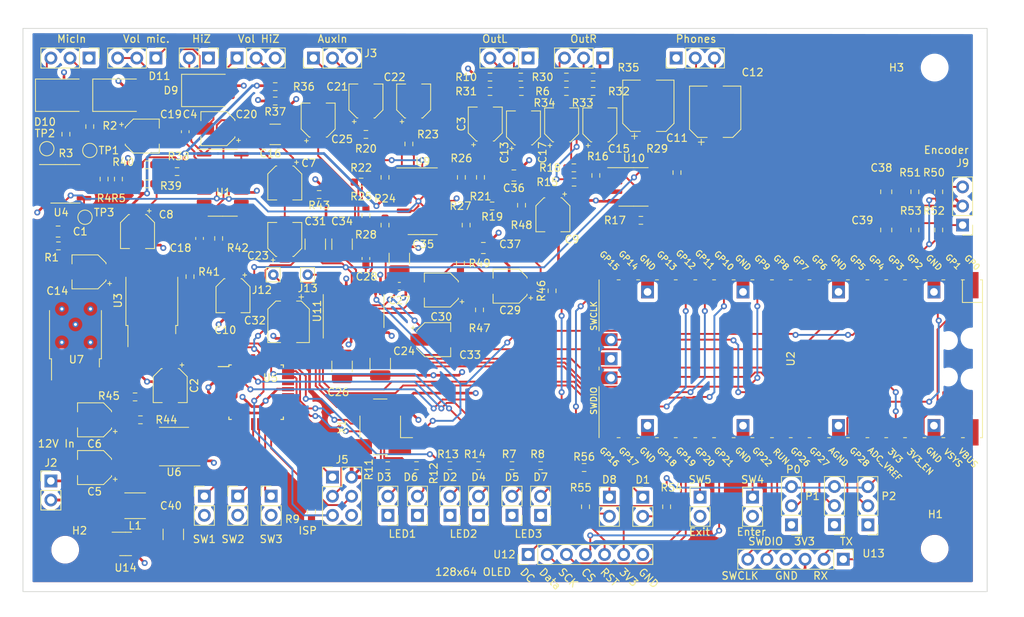
<source format=kicad_pcb>
(kicad_pcb (version 20221018) (generator pcbnew)
  (title_block (title "PiPico FX full Schematic") (date "2023-11-19") (comment 4 "AISLER Project ID: MQDVLEOP"))
  (layers (0 "F.Cu" signal) (1 "In1.Cu" signal) (2 "In2.Cu" signal) (31 "B.Cu" signal) (34 "B.Paste" user) (35 "F.Paste" user) (36 "B.SilkS" user "B.Silkscreen") (37 "F.SilkS" user "F.Silkscreen") (38 "B.Mask" user) (39 "F.Mask" user) (44 "Edge.Cuts" user))
  (net 0 "")
  (net 1 "Net-(U4-+)")
  (net 2 "GND")
  (net 3 "Net-(U10-BYPASS)")
  (net 4 "Net-(U10-OUT_A)")
  (net 5 "Net-(J6-Pin_2)")
  (net 6 "Net-(U10-OUT_B)")
  (net 7 "Net-(D9-A1)")
  (net 8 "Net-(D10-A1)")
  (net 9 "+9V")
  (net 10 "Net-(J9-Pin_3)")
  (net 11 "3V3")
  (net 12 "Net-(D2-A)")
  (net 13 "Net-(D3-A)")
  (net 14 "Net-(D4-A)")
  (net 15 "Net-(D5-A)")
  (net 16 "Net-(J7-Pad2)")
  (net 17 "Net-(J8-Pad2)")
  (net 18 "Net-(D6-A)")
  (net 19 "Net-(R4-Pad2)")
  (net 20 "Net-(D7-A)")
  (net 21 "Net-(J3-Pin_1)")
  (net 22 "Net-(J3-Pin_2)")
  (net 23 "/Analog Preamp/Mic")
  (net 24 "Net-(J5-Pin_1)")
  (net 25 "Net-(J5-Pin_3)")
  (net 26 "Net-(J5-Pin_4)")
  (net 27 "Net-(J5-Pin_5)")
  (net 28 "Net-(C10-Pad1)")
  (net 29 "Net-(U9B--)")
  (net 30 "Net-(C18-Pad2)")
  (net 31 "Net-(U4--)")
  (net 32 "Net-(U1A--)")
  (net 33 "Net-(U5-PD0)")
  (net 34 "Net-(U5-PD1)")
  (net 35 "Net-(U5-PC0)")
  (net 36 "Net-(U5-PC1)")
  (net 37 "Net-(U5-PC2)")
  (net 38 "Net-(U5-PC3)")
  (net 39 "Net-(U10-IN_A)")
  (net 40 "Net-(U10-SD)")
  (net 41 "Net-(U10-IN_B)")
  (net 42 "Net-(C8-Pad1)")
  (net 43 "Net-(U1C--)")
  (net 44 "Net-(U1D-+)")
  (net 45 "Net-(U1B--)")
  (net 46 "5V")
  (net 47 "Net-(U5-PB0)")
  (net 48 "Net-(U5-PB1)")
  (net 49 "Net-(U5-PB2)")
  (net 50 "Net-(U4-C{slash}B)")
  (net 51 "Net-(U4-BAL)")
  (net 52 "Net-(U4-COMP)")
  (net 53 "VGND")
  (net 65 "/Analog Preamp/Left Analog Out")
  (net 66 "/Analog Preamp/Right Analog Out")
  (net 67 "Net-(J7-Pad3)")
  (net 68 "Net-(J8-Pad3)")
  (net 69 "Net-(C3-Pad1)")
  (net 70 "Net-(C4-Pad2)")
  (net 71 "Net-(U14-BST)")
  (net 72 "Net-(C13-Pad1)")
  (net 73 "Net-(C13-Pad2)")
  (net 74 "Net-(C15-Pad1)")
  (net 75 "Vin")
  (net 76 "Net-(C15-Pad2)")
  (net 77 "Net-(U1B-+)")
  (net 78 "Net-(C17-Pad1)")
  (net 79 "Net-(C20-Pad2)")
  (net 80 "Net-(C21-Pad1)")
  (net 81 "Net-(C22-Pad1)")
  (net 82 "Net-(U11-AINB)")
  (net 83 "Net-(U11-AINA)")
  (net 84 "/Analog Preamp/HiZ")
  (net 85 "Net-(C29-Pad1)")
  (net 86 "Net-(U11-AOUTB)")
  (net 87 "Net-(C30-Pad1)")
  (net 88 "Net-(U11-AOUTA)")
  (net 89 "Net-(U11-FILT+)")
  (net 90 "Net-(U11-VQ)")
  (net 91 "/Analog Preamp/DacR")
  (net 92 "/Analog Preamp/DacL")
  (net 93 "Net-(J12-Pin_1)")
  (net 94 "Net-(J13-Pin_1)")
  (net 95 "Net-(U9A--)")
  (net 96 "/Codec/SDA")
  (net 97 "/Codec/SCL")
  (net 98 "/Codec/codec_sdin")
  (net 99 "/Codec/codec_lrckl")
  (net 100 "Net-(U11-MCLK)")
  (net 101 "/Codec/codec_sclk")
  (net 102 "/Codec/codec_sdout")
  (net 103 "/Codec/codec_reset")
  (net 104 "Net-(D11-A1)")
  (net 105 "Net-(U9D--)")
  (net 106 "Net-(U9C--)")
  (net 114 "Net-(J6-Pin_3)")
  (net 115 "Net-(U2-GPIO7)")
  (net 116 "Net-(U2-GPIO6)")
  (net 117 "Net-(D1-K)")
  (net 118 "Net-(D1-A)")
  (net 119 "Net-(D8-K)")
  (net 120 "Net-(D8-A)")
  (net 121 "Net-(J9-Pin_1)")
  (net 122 "Net-(U12-Reset)")
  (net 123 "Net-(U2-GPIO26_ADC0)")
  (net 124 "Net-(U2-GPIO27_ADC1)")
  (net 125 "Net-(U2-GPIO28_ADC2)")
  (net 126 "Net-(U2-GPIO22)")
  (net 127 "Net-(U2-GPIO20)")
  (net 128 "Net-(U12-SCLK)")
  (net 129 "Net-(U12-Data)")
  (net 130 "Net-(U12-CS)")
  (net 131 "Net-(U12-3.3V)")
  (net 132 "Net-(U12-DC)")
  (net 133 "Net-(U13-UartTX)")
  (net 134 "Net-(U13-UartRX)")
  (net 135 "Net-(U13-SWCLK)")
  (net 136 "Net-(U13-SWDIO)")
  (net 137 "Net-(U14-SW)")
  (footprint "Connector_PinHeader_2.54mm:PinHeader_1x03_P2.54mm_Vertical" (layer "F.Cu") (at 101.505 66.172525 90)
    (fp_text reference "RV2" hide)
    (fp_text value "10k")
  )
  (footprint "Connector_PinHeader_2.54mm:PinHeader_1x02_P2.54mm_Vertical" (layer "F.Cu") (at 155.48 124.592525)
    (fp_text reference "D1")
    (fp_text value "LED")
  )
  (footprint "Resistor_SMD:R_0603_1608Metric_Pad0.98x0.95mm_HandSolder" (layer "F.Cu") (at 135.4375 85.857525 180)
    (fp_text reference "R19")
    (fp_text value "10k")
  )
  (footprint "Resistor_SMD:R_0603_1608Metric_Pad0.98x0.95mm_HandSolder" (layer "F.Cu") (at 139.3275 70.617525)
    (fp_text reference "R6")
    (fp_text value "150")
  )
  (footprint "Capacitor_SMD:CP_Elec_4x4.5" (layer "F.Cu") (at 144.685 75.062525 90)
    (fp_text reference "C17")
    (fp_text value "10uF")
  )
  (footprint "Connector_PinHeader_2.54mm:PinHeader_1x03_P2.54mm_Vertical" (layer "F.Cu") (at 140.225 66.172525 -90)
    (fp_text reference "J7" hide)
    (fp_text value "XLR3")
  )
  (footprint "Resistor_SMD:R_0603_1608Metric_Pad0.98x0.95mm_HandSolder" (layer "F.Cu") (at 106.585 69.982525)
    (fp_text reference "R36")
    (fp_text value "12k")
  )
  (footprint "Connector_PinHeader_2.54mm:PinHeader_1x02_P2.54mm_Vertical" (layer "F.Cu") (at 97.695 66.172525 -90)
    (fp_text reference "J4" hide)
    (fp_text value "Conn_01x02_Pin")
  )
  (footprint "Resistor_SMD:R_0603_1608Metric_Pad0.98x0.95mm_HandSolder" (layer "F.Cu") (at 148.8775 70.617525)
    (fp_text reference "R32")
    (fp_text value "150")
  )
  (footprint "Capacitor_SMD:C_0603_1608Metric_Pad1.08x0.95mm_HandSolder" (layer "F.Cu") (at 96.52 90.17 90)
    (fp_text reference "C18")
    (fp_text value "220pF")
  )
  (footprint "Resistor_SMD:R_0603_1608Metric_Pad0.98x0.95mm_HandSolder" (layer "F.Cu") (at 121.5475 120.401525 180)
    (fp_text reference "R11")
    (fp_text value "180")
  )
  (footprint "Capacitor_SMD:CP_Elec_4x4.5" (layer "F.Cu") (at 118.65 71.887525 90)
    (fp_text reference "C21")
    (fp_text value "4.7uF")
  )
  (footprint "Connector_PinHeader_2.54mm:PinHeader_1x02_P2.54mm_Vertical" (layer "F.Cu") (at 129.826 127.005525 180)
    (fp_text reference "D2")
    (fp_text value "LED")
  )
  (footprint "Connector_PinHeader_2.54mm:PinHeader_1x03_P2.54mm_Vertical" (layer "F.Cu") (at 81.82 66.172525 -90)
    (fp_text reference "J1" hide)
    (fp_text value "XLR3")
  )
  (footprint "Connector_PinHeader_2.54mm:PinHeader_1x03_P2.54mm_Vertical" (layer "F.Cu") (at 198.025 88.397525 180)
    (fp_text reference "J9")
    (fp_text value "Conn_01x03")
  )
  (footprint "Resistor_SMD:R_0603_1608Metric_Pad0.98x0.95mm_HandSolder" (layer "F.Cu") (at 89.535 80.3675 180)
    (fp_text reference "R40")
    (fp_text value "1M")
  )
  (footprint "Resistor_SMD:R_0603_1608Metric_Pad0.98x0.95mm_HandSolder" (layer "F.Cu") (at 155.2275 87.762525)
    (fp_text reference "R17")
    (fp_text value "10k")
  )
  (footprint "Capacitor_SMD:CP_Elec_4x4.5" (layer "F.Cu") (at 82.55 114.3 180)
    (fp_text reference "C6")
    (fp_text value "10uF")
  )
  (footprint "Connector_PinHeader_2.54mm:PinHeader_1x03_P2.54mm_Vertical" (layer "F.Cu") (at 159.925 66.172525 90)
    (fp_text reference "J6" hide)
    (fp_text value "Conn_01x03_Female")
  )
  (footprint "MCU_RaspberryPi_and_Boards:RPi_Pico_SMD_TH" (layer "F.Cu") (at 175.165 106.177525 -90)
    (fp_text reference "U2")
    (fp_text value "Pico")
  )
  (footprint "Capacitor_SMD:CP_Elec_4x4.5" (layer "F.Cu") (at 128.683 97.033525 180)
    (fp_text reference "C30")
    (fp_text value "3.3uF")
  )
  (footprint "Capacitor_SMD:CP_Elec_4x4.5" (layer "F.Cu") (at 81.81 94.615 180)
    (fp_text reference "C14")
    (fp_text value "22uF")
  )
  (footprint "Capacitor_SMD:C_0603_1608Metric_Pad1.08x0.95mm_HandSolder" (layer "F.Cu") (at 123.095 96.525525 180)
    (fp_text reference "C27")
    (fp_text value "220pF")
  )
  (footprint "Resistor_SMD:R_0603_1608Metric_Pad0.98x0.95mm_HandSolder" (layer "F.Cu") (at 133.636 120.401525 180)
    (fp_text reference "R14")
    (fp_text value "180")
  )
  (footprint "Resistor_SMD:R_0603_1608Metric_Pad0.98x0.95mm_HandSolder" (layer "F.Cu") (at 133.763 99.677025 90)
    (fp_text reference "R47")
    (fp_text value "10k")
  )
  (footprint "Connector_PinHeader_2.54mm:PinHeader_1x06_P2.54mm_Vertical" (layer "F.Cu") (at 182.15 132.847525 -90)
    (fp_text reference "U13")
    (fp_text value "Debug Port")
  )
  (footprint "Resistor_SMD:R_0603_1608Metric_Pad0.98x0.95mm_HandSolder" (layer "F.Cu") (at 129.826 120.401525 180)
    (fp_text reference "R13")
    (fp_text value "180")
  )
  (footprint "Capacitor_SMD:C_1210_3225Metric_Pad1.33x2.70mm_HandSolder" (layer "F.Cu") (at 106.585 76.332525)
    (fp_text reference "C16")
    (fp_text value "0.1uF")
  )
  (footprint "Resistor_SMD:R_0603_1608Metric_Pad0.98x0.95mm_HandSolder" (layer "F.Cu") (at 138.081 120.401525 180)
    (fp_text reference "R7")
    (fp_text value "180")
  )
  (footprint "Connector_PinHeader_2.54mm:PinHeader_1x02_P2.54mm_Vertical" (layer "F.Cu") (at 97.155 124.46)
    (fp_text reference "SW1")
    (fp_text value "Stompbutton 1")
  )
  (footprint "Resistor_SMD:R_0603_1608Metric_Pad0.98x0.95mm_HandSolder" (layer "F.Cu") (at 81.915 75.2875 -90)
    (fp_text reference "R2")
    (fp_text value "22k")
  )
  (footprint "Diode_SMD:D_SMB" (layer "F.Cu") (at 97.79 70.485)
    (fp_text reference "D9")
    (fp_text value "SM6T12A")
  )
  (footprint "Capacitor_SMD:C_1210_3225Metric_Pad1.33x2.70mm_HandSolder" (layer "F.Cu") (at 93.03 129.54 -90)
    (fp_text reference "C40")
    (fp_text value "0.1uF")
  )
  (footprint "TestPoint:TestPoint_Pad_D1.5mm" (layer "F.Cu") (at 76.2 78.232)
    (fp_text reference "TP2")
    (fp_text value "TestPoint")
  )
  (footprint "Package_QFP:TQFP-32_7x7mm_P0.8mm" (layer "F.Cu") (at 104.045 110.622525)
    (fp_text reference "U5")
    (fp_text value "ATmega88A-A")
  )
  (footprint "Resistor_SMD:R_0603_1608Metric_Pad0.98x0.95mm_HandSolder" (layer "F.Cu") (at 121.19 82.047525 90)
    (fp_text reference "R24")
    (fp_text value "10k")
  )
  (footprint "Capacitor_SMD:CP_Elec_4x4.5" (layer "F.Cu") (at 82.55 120.65 180)
    (fp_text reference "C5")
    (fp_text value "22uF")
  )
  (footprint "Oscillator:Oscillator_SMD_SeikoEpson_SG8002CA-4Pin_7.0x5.0mm_HandSoldering" (layer "F.Cu") (at 120.555 115.231525 90)
    (fp_text reference "X1")
    (fp_text value "SG-5032CAN")
  )
  (footprint "Connector_PinHeader_2.54mm:PinHeader_1x03_P2.54mm_Vertical" (layer "F.Cu") (at 90.71 66.172525 -90)
    (fp_text reference "RV1" hide)
    (fp_text value "100k")
  )
  (footprint "Connector_PinHeader_2.54mm:PinHeader_1x02_P2.54mm_Vertical" (layer "F.Cu") (at 170.085 124.587525)
    (fp_text reference "SW4")
    (fp_text value "Enter")
  )
  (footprint "Package_SO:SOIC-14_3.9x8.7mm_P1.27mm" (layer "F.Cu") (at 99.6 82.777347)
    (fp_text reference "U1")
    (fp_text value "TL074")
  )
  (footprint "Capacitor_SMD:C_0603_1608Metric_Pad1.08x0.95mm_HandSolder" (layer "F.Cu") (at 118.65 92.842525 -90)
    (fp_text reference "C28")
    (fp_text value "220pF")
  )
  (footprint "Diode_SMD:D_SMB" (layer "F.Cu") (at 78.35 71.12)
    (fp_text reference "D10")
    (fp_text value "SM6T12A")
  )
  (footprint "Package_TO_SOT_SMD:TO-252-3_TabPin2" (layer "F.Cu") (at 90.169 98.439 90)
    (fp_text reference "U3")
    (fp_text value "LM1117DT-5.0")
  )
  (footprint "Resistor_SMD:R_0603_1608Metric_Pad0.98x0.95mm_HandSolder" (layer "F.Cu") (at 133.89 82.047525 -90)
    (fp_text reference "R21")
    (fp_text value "10k")
  )
  (footprint "MountingHole:MountingHole_3.2mm_M3" (layer "F.Cu") (at 78.645 131.577525)
    (fp_text reference "H2")
    (fp_text value "MountingHole")
  )
  (footprint "Connector_PinHeader_2.54mm:PinHeader_2x03_P2.54mm_Vertical" (layer "F.Cu") (at 114.205 121.925525)
    (fp_text reference "J5")
    (fp_text value "Conn_02x03_Odd_Even")
  )
  (footprint "Capacitor_SMD:C_0805_2012Metric_Pad1.18x1.45mm_HandSolder" (layer "F.Cu") (at 77.6975 89.2575 180)
    (fp_text reference "C1")
    (fp_text value "33pF")
  )
  (footprint "Capacitor_SMD:CP_Elec_4x4.5" (layer "F.Cu") (at 125 71.887525 90)
    (fp_text reference "C22")
    (fp_text value "4.7uF")
  )
  (footprint "Connector_PinHeader_2.54mm:PinHeader_1x02_P2.54mm_Vertical" (layer "F.Cu") (at 141.891 127.005525 180)
    (fp_text reference "D7")
    (fp_text value "LED")
  )
  (footprint "Connector_PinHeader_2.54mm:PinHeader_1x02_P2.54mm_Vertical" (layer "F.Cu") (at 151.035 124.587525)
    (fp_text reference "D8")
    (fp_text value "LED")
  )
  (footprint "Capacitor_SMD:CP_Elec_5x5.4" (layer "F.Cu") (at 108.363 101.265525 -90)
    (fp_text reference "C32")
    (fp_text value "47uF")
  )
  (footprint "Package_SO:SOIC-8_3.9x4.9mm_P1.27mm" (layer "F.Cu") (at 154.25 83.317525)
    (fp_text reference "U10")
    (fp_text value "LM4881M/NOPB")
  )
  (footprint "Capacitor_SMD:CP_Elec_4x4.5" (layer "F.Cu") (at 127.667 103.637525)
    (fp_text reference "C33")
    (fp_text value "10uF")
  )
  (footprint "Capacitor_SMD:CP_Elec_4x4.5" (layer "F.Cu") (at 98.955 75.565 180)
    (fp_text reference "C20")
    (fp_text value "1uF")
  )
  (footprint "Resistor_SMD:R_0603_1608Metric_Pad0.98x0.95mm_HandSolder" (layer "F.Cu") (at 148.8775 68.712525)
    (fp_text reference "R35")
    (fp_text value "10k")
  )
  (footprint "Capacitor_SMD:C_1210_3225Metric_Pad1.33x2.70mm_HandSolder" (layer "F.Cu") (at 115.475 90.937525 -90)
    (fp_text reference "C34")
    (fp_text value "0.1uF")
  )
  (footprint "Resistor_SMD:R_0603_1608Metric_Pad0.98x0.95mm_HandSolder" (layer "F.Cu") (at 125.381 120.401525 180)
    (fp_text reference "R12")
    (fp_text value "180")
  )
  (footprint "Resistor_SMD:R_0603_1608Metric_Pad0.98x0.95mm_HandSolder" (layer "F.Cu") (at 93.5275 81.28 180)
    (fp_text reference "R38")
    (fp_text value "12k")
  )
  (footprint "Resistor_SMD:R_0603_1608Metric_Pad0.98x0.95mm_HandSolder" (layer "F.Cu") (at 135.16 70.617525 180)
    (fp_text reference "R31")
    (fp_text value "10k")
  )
  (footprint "Resistor_SMD:R_0603_1608Metric_Pad0.98x0.95mm_HandSolder" (layer "F.Cu") (at 118.015 82.682525)
    (fp_text reference "R22")
    (fp_text value "10k")
  )
  (footprint "MountingHole:MountingHole_3.2mm_M3" (layer "F.Cu") (at 194.31 67.442525)
    (fp_text reference "H3")
    (fp_text value "MountingHole")
  )
  (footprint "Connector_PinHeader_2.54mm:PinHeader_1x03_P2.54mm_Vertical" (layer "F.Cu") (at 150.1475 66.172525 -90)
    (fp_text reference "J8" hide)
    (fp_text value "XLR3")
  )
  (footprint "Package_TO_SOT_SMD:TSOT-23-6" (layer "F.Cu") (at 86.68 130.81)
    (fp_text reference "U14")
    (fp_text value "AP63203WU")
  )
  (footprint "Capacitor_SMD:CP_Elec_4x4.5" (layer "F.Cu") (at 92.615 109.75 -90)
    (fp_text reference "C2")
    (fp_text value "1uF")
  )
  (footprint "Resistor_SMD:R_0603_1608Metric_Pad0.98x0.95mm_HandSolder" (layer "F.Cu") (at 194.85 83.967525 90)
    (fp_text reference "R50")
    (fp_text value "10k")
  )
  (footprint "Resistor_SMD:R_0603_1608Metric_Pad0.98x0.95mm_HandSolder" (layer "F.Cu") (at 139.351 85.754025 90)
    (fp_text reference "R48")
    (fp_text value "470")
  )
  (footprint "Resistor_SMD:R_0603_1608Metric_Pad0.98x0.95mm_HandSolder" (layer "F.Cu") (at 124.365 77.602525 -90)
    (fp_text reference "R23")
    (fp_text value "4k7")
  )
  (footprint "Capacitor_SMD:CP_Elec_4x4.5" (layer "F.Cu") (at 107.855 82.787525 -90)
    (fp_text reference "C7")
    (fp_text value "1uF")
  )
  (footprint "Package_SO:SOIC-8_3.9x4.9mm_P1.27mm" (layer "F.Cu") (at 93.123 117.856 180)
    (fp_text reference "U6")
    (fp_text value "24LC128")
  )
  (footprint "Capacitor_SMD:CP_Elec_6.3x7.7" (layer "F.Cu") (at 165.11 73.317525 90)
    (fp_text reference "C12")
    (fp_text value "330uF")
  )
  (footprint "Resistor_SMD:R_0603_1608Metric_Pad0.98x0.95mm_HandSolder" (layer "F.Cu") (at 112.427 84.333525 180)
    (fp_text reference "R43")
    (fp_text value "47k")
  )
  (footprint "Resistor_SMD:R_0603_1608Metric_Pad0.98x0.95mm_HandSolder" (layer "F.Cu") (at 158.655 125.862525 90)
    (fp_text reference "R54")
    (fp_text value "180")
  )
  (footprint "Capacitor_SMD:C_0805_2012Metric_Pad1.18x1.45mm_HandSolder" (layer "F.Cu") (at 134.271 91.445525 180)
    (fp_text reference "C37")
    (fp_text value "3.3nF")
  )
  (footprint "Resistor_SMD:R_0603_1608Metric_Pad0.98x0.95mm_HandSolder" (layer "F.Cu") (at 118.65 87.127525 -90)
    (fp_text reference "R25")
    (fp_text value "10k")
  )
  (footprint "Connector_PinHeader_2.54mm:PinHeader_1x02_P2.54mm_Vertical" (layer "F.Cu") (at 121.571 127.005525 180)
    (fp_text reference "D3")
    (fp_text value "LED")
  )
  (footprint "Resistor_SMD:R_0603_1608Metric_Pad0.98x0.95mm_HandSolder" (layer "F.Cu") (at 89.535 82.9075 180)
    (fp_text reference "R39")
    (fp_text value "12k")
  )
  (footprint "Resistor_SMD:R_0603_1608Metric_Pad0.98x0.95mm_HandSolder" (layer "F.Cu") (at 194.85 89.047525 90)
    (fp_text reference "R52")
    (fp_text value "10k")
  )
  (footprint "Capacitor_SMD:C_0603_1608Metric_Pad1.08x0.95mm_HandSolder" (layer "F.Cu") (at 94.615 75.9725 90)
    (fp_text reference "C4")
    (fp_text value "47pF")
  )
  (footprint "Connector_PinHeader_2.54mm:PinHeader_1x02_P2.54mm_Vertical" (layer "F.Cu") (at 163.1 124.587525)
    (fp_text reference "SW5")
    (fp_text value "Exit")
  )
  (footprint "Resistor_SMD:R_0603_1608Metric_Pad0.98x0.95mm_HandSolder" (layer "F.Cu") (at 121.19 88.397525 -90)
    (fp_text reference "R28")
    (fp_text value "10k")
  )
  (footprint "Resistor_SMD:R_0603_1608Metric_Pad0.98x0.95mm_HandSolder" (layer "F.Cu") (at 149.235 81.793525 90)
    (fp_text reference "R16")
    (fp_text value "22k")
  )
  (footprint "Resistor_SMD:R_0603_1608Metric_Pad0.98x0.95mm_HandSolder" (layer "F.Cu") (at 118.65 76.332525 180)
    (fp_text reference "R20")
    (fp_text value "4k7")
  )
  (footprint "Resistor_SMD:R_0603_1608Metric_Pad0.98x0.95mm_HandSolder" (layer "F.Cu") (at 139.2475 68.712525 180)
    (fp_text reference "R30")
    (fp_text value "150")
  )
  (footprint "Resistor_SMD:R_0603_1608Metric_Pad0.98x0.95mm_HandSolder" (layer "F.Cu") (at 87.9395 111.252 180)
    (fp_text reference "R45")
    (fp_text value "2k2")
  )
  (footprint "Resistor_SMD:R_0603_1608Metric_Pad0.98x0.95mm_HandSolder" (layer "F.Cu") (at 160.03 81.412525 90)
    (fp_text reference "R29")
    (fp_text value "22k")
  )
  (footprint "Connector_PinHeader_2.54mm:PinHeader_1x02_P2.54mm_Vertical" (layer "F.Cu") (at 101.6 124.455)
    (fp_text reference "SW2")
    (fp_text value "Stompbutton 2")
  )
  (footprint "Capacitor_SMD:C_1210_3225Metric_Pad1.33x2.70mm_HandSolder" (layer "F.Cu") (at 120.555 106.812525 -90)
    (fp_text reference "C24")
    (fp_text value "0.1uF")
  )
  (footprint "Connector_Pin:Pin_D0.7mm_L6.5mm_W1.8mm_FlatFork" (layer "F.Cu") (at 106.331 95.001525)
    (fp_text reference "J12")
    (fp_text value "Conn_01x01_Female")
  )
  (footprint "Capacitor_SMD:CP_Elec_4x4.5" (layer "F.Cu") (at 88.265 89.2575 -90)
    (fp_text reference "C8")
    (fp_text value "1uF")
  )
  (footprint "Connector_PinHeader_2.54mm:PinHeader_1x03_P2.54mm_Vertical" (layer "F.Cu") (at 185.42 128.27 180)
    (fp_text reference "P2")
    (fp_text value "25k")
  )
  (footprint "Diode_SMD:D_SMB" (layer "F.Cu") (at 85.97 71.12)
    (fp_text reference "D11")
    (fp_text value "SM6T12A")
  )
  (footprint "Connector_PinHeader_2.54mm:PinHeader_1x02_P2.54mm_Vertical" (layer "F.Cu") (at 133.636 127.005525 180)
    (fp_text reference "D4")
    (fp_text value "LED")
  )
  (footprint "Capacitor_SMD:C_0805_2012Metric_Pad1.18x1.45mm_HandSolder" (layer "F.Cu") (at 187.865 89.047525 90)
    (fp_text reference "C39")
    (fp_text value "0.01uF")
  )
  (footprint "Capacitor_SMD:C_1210_3225Metric_Pad1.33x2.70mm_HandSolder" (layer "F.Cu") (at 115.475 107.193525 -90)
    (fp_text reference "C26")
    (fp_text value "0.1uF")
  )
  (footprint "Capacitor_SMD:CP_Elec_4x4.5" (layer "F.Cu") (at 137.827 96.525525 180)
    (fp_text reference "C29")
    (fp_text value "3.3uF")
  )
  (footprint "Resistor_SMD:R_0603_1608Metric_Pad0.98x0.95mm_HandSolder" (layer "F.Cu") (at 145.32 68.712525)
    (fp_text reference "R34")
    (fp_text value "10k")
  )
  (footprint "Resistor_SMD:R_0603_1608Metric_Pad0.98x0.95mm_HandSolder" (layer "F.Cu") (at 95.25 95.25 -90)
    (fp_text reference "R41")
    (fp_text value "2k2")
  )
  (footprint "Capacitor_SMD:CP_Elec_4x4.5" (layer "F.Cu") (at 88.9 76.5575)
    (fp_text reference "C19")
    (fp_text value "1uF")
  )
  (footprint "Connector_PinHeader_2.54mm:PinHeader_1x02_P2.54mm_Vertical" (layer "F.Cu") (at 138.081 127.005525 180)
    (fp_text reference "D5")
    (fp_text value "LED")
  )
  (footprint "Capacitor_SMD:CP_Elec_4x4.5" (layer "F.Cu") (at 100.965 97.79 -90)
    (fp_text reference "C10")
    (fp_text value "4.7uF")
  )
  (footprint "Capacitor_SMD:CP_Elec_4x4.5" (layer "F.Cu") (at 134.525 74.957525 90)
    (fp_text reference "C3")
    (fp_text value "10uF")
  )
  (footprint "Connector_PinHeader_2.54mm:PinHeader_1x02_P2.54mm_Vertical" (layer "F.Cu") (at 76.74 122.428)
    (fp_text reference "J2")
    (fp_text value "Conn_01x02_Male")
  )
  (footprint "Resistor_SMD:R_0603_1608Metric_Pad0.98x0.95mm_HandSolder" (layer "F.Cu") (at 78.74 76.3035 -90)
    (fp_text reference "R3")
    (fp_text value "22k")
  )
  (footprint "Resistor_SMD:R_0603_1608Metric_Pad0.98x0.95mm_HandSolder" (layer "F.Cu") (at 131.985 88.397525 -90)
    (fp_text reference "R27")
    (fp_text value "10k")
  )
  (footprint "Package_SO:SOIC-8_3.9x4.9mm_P1.27mm" (layer "F.Cu") (at 78.675 82.9075)
    (fp_text reference "U4")
    (fp_text value "NE5534")
  )
  (footprint "Resistor_SMD:R_0603_1608Metric_Pad0.98x0.95mm_HandSolder" (layer "F.Cu") (at 143.415 97.137025 90)
    (fp_text reference "R46")
    (fp_text value "10k")
  )
  (footprint "Capacitor_SMD:CP_Elec_4x4.5" (layer "F.Cu") (at 149.765 75.062525 90)
    (fp_text reference "C15")
    (fp_text value "10uF")
  )
  (footprint "Resistor_SMD:R_0603_1608Metric_Pad0.98x0.95mm_HandSolder" (layer "F.Cu") (at 77.7475 91.1625 180)
    (fp_text reference "R1")
    (fp_text value "22k")
  )
  (footprint "Resistor_SMD:R_0603_1608Metric_Pad0.98x0.95mm_HandSolder" (layer "F.Cu") (at 145.32 70.617525 180)
    (fp_text reference "R33")
    (fp_text value "150")
  )
  (footprint "Resistor_SMD:R_0603_1608Metric_Pad0.98x0.95mm_HandSolder" (layer "F.Cu") (at 191.675 83.967525 -90)
    (fp_text reference "R51")
    (fp_text value "10k")
  )
  (footprint "Resistor_SMD:R_0603_1608Metric_Pad0.98x0.95mm_HandSolder" (layer "F.Cu") (at 191.675 89.047525 -90)
    (fp_text reference "R53")
    (fp_text value "10k")
  )
  (footprint "Package_TO_SOT_SMD:TO-252-2" (layer "F.Cu") (at 80.01 102.87 90)
    (fp_text reference "U7")
    (fp_text value "MC78M05_TO252")
  )
  (footprint "Capacitor_SMD:CP_Elec_6.3x7.7" (layer "F.Cu") (at 156.22 72.522525 90)
    (fp_text reference "C11")
    (fp_text value "330uF")
  )
  (footprint "Resistor_SMD:R_0603_1608Metric_Pad0.98x0.95mm_HandSolder" (layer "F.Cu") (at 147.6775 120.65)
    (fp_text reference "R56")
    (fp_text value "10k")
  )
  (footprint "Connector_PinHeader_2.54mm:PinHeader_1x03_P2.54mm_Vertical" (layer "F.Cu") (at 175.26 128.27 180)
    (fp_text reference "P0")
    (fp_text value "25k")
  )
  (footprint "Package_SO:SOIC-14_3.9x8.7mm_P1.27mm" (layer "F.Cu") (at 126.205 85.222525)
    (fp_text reference "U9")
    (fp_text value "TL074")
  )
  (footprint "Connector_PinHeader_2.54mm:PinHeader_1x03_P2.54mm_Vertical" (layer "F.Cu") (at 111.665 66.172525 90)
    (fp_text reference "J3")
    (fp_text value "Aux In")
  )
  (footprint "Capacitor_SMD:CP_Elec_4x4.5" (layer "F.Cu") (at 112.3 74.427525 90)
    (fp_text reference "C25")
    (fp_text value "10uF")
  )
  (footprint "Capacitor_SMD:C_1210_3225Metric_Pad1.33x2.70mm_HandSolder" (layer "F.Cu") (at 123.095 92.842525 90)
    (fp_text reference "C35")
    (fp_text value "0.1uF")
  )
  (footprint "TestPoint:TestPoint_Pad_D1.5mm" (layer "F.Cu") (at 81.28 87.3525)
    (fp_text reference "TP3")
    (fp_text value "TestPoint")
  )
  (footprint "Resistor_SMD:R_0603_1608Metric_Pad0.98x0.95mm_HandSolder" (layer "F.Cu") (at 146.3375 82.682525 180)
    (fp_text reference "R15")
    (fp_text value "22k")
  )
  (footprint "Resistor_SMD:R_0603_1608Metric_Pad0.98x0.95mm_HandSolder" (layer "F.Cu") (at 83.82 82.2725 -90)
    (fp_text reference "R4")
    (fp_text value "22k")
  )
  (footprint "Connector_PinHeader_2.54mm:PinHeader_1x07_P2.54mm_Vertical" (layer "F.Cu") (at 140.24 132.212525 90)
    (fp_text reference "U12")
    (fp_text value "128X64 OLED Display")
  )
  (footprint "Connector_PinHeader_2.54mm:PinHeader_1x02_P2.54mm_Vertical" (layer "F.Cu") (at 125.508 127.005525 180)
    (fp_text reference "D6")
    (fp_text value "LED")
  )
  (footprint "Capacitor_SMD:CP_Elec_4x4.5" (layer "F.Cu") (at 139.605 75.465525 90)
    (fp_text reference "C13")
    (fp_text value "10uF")
  )
  (footprint "Resistor_SMD:R_0603_1608Metric_Pad0.98x0.95mm_HandSolder" (layer "F.Cu") (at 146.3125 80.777525 180)
    (fp_text reference "R18")
    (fp_text value "22k")
  )
  (footprint "Resistor_SMD:R_0603_1608Metric_Pad0.98x0.95mm_HandSolder" (layer "F.Cu") (at 141.891 120.401525 180)
    (fp_text reference "R8")
    (fp_text value "180")
  )
  (footprint "Resistor_SMD:R_0603_1608Metric_Pad0.98x0.95mm_HandSolder" (layer "F.Cu") (at 99.06 90.17 90)
    (fp_text reference "R42")
    (fp_text value "4k7")
  )
  (footprint "Connector_Pin:Pin_D0.7mm_L6.5mm_W1.8mm_FlatFork" (layer "F.Cu") (at 110.903 95.001525)
    (fp_text reference "J13")
    (fp_text value "Conn_01x01_Female")
  )
  (footprint "Inductor_SMD:L_1812_4532Metric_Pad1.30x3.40mm_HandSolder" (layer "F.Cu") (at 87.95 125.73 180)
    (fp_text reference "L1")
    (fp_text value "3.9uH")
  )
  (footprint "Resistor_SMD:R_0603_1608Metric_Pad0.98x0.95mm_HandSolder" (layer "F.Cu") (at 135.16 68.712525 180)
    (fp_text reference "R10")
    (fp_text value "10k")
  )
  (footprint "Package_SO:TSSOP-24_4.4x7.8mm_P0.65mm" (layer "F.Cu") (at 117.01 99.827525 90)
    (fp_text reference "U11")
    (fp_text value "CS4270-CZZ")
  )
  (footprint "Resistor_SMD:R_0603_1608Metric_Pad0.98x0.95mm_HandSolder" (layer "F.Cu") (at 131.223 93.477525 90)
    (fp_text reference "R49")
    (fp_text value "470")
  )
  (footprint "Resistor_SMD:R_0603_1608Metric_Pad0.98x0.95mm_HandSolder" (layer "F.Cu") (at 106.585 71.887525 180)
    (fp_text reference "R37")
    (fp_text value "12k")
  )
  (footprint "Resistor_SMD:R_0603_1608Metric_Pad0.98x0.95mm_HandSolder" (layer "F.Cu") (at 111.411 126.497525 -90)
    (fp_text reference "R9")
    (fp_text value "10k")
  )
  (footprint "Resistor_SMD:R_0603_1608Metric_Pad0.98x0.95mm_HandSolder" (layer "F.Cu") (at 88.6545 114.3 180)
    (fp_text reference "R44")
    (fp_text value "2k2")
  )
  (footprint "Capacitor_SMD:C_0805_2012Metric_Pad1.18x1.45mm_HandSolder" (layer "F.Cu") (at 138.335 81.793525 180)
    (fp_text reference "C36")
    (fp_text value "3.3nF")
  )
  (footprint "Capacitor_SMD:CP_Elec_4x4.5" (layer "F.Cu") (at 143.52 87.022525 -90)
    (fp_text reference "C9")
    (fp_text value "1uF")
  )
  (footprint "Capacitor_SMD:C_1210_3225Metric_Pad1.33x2.70mm_HandSolder" (layer "F.Cu") (at 111.919 90.937525 -90)
    (fp_text reference "C31")
    (fp_text value "0.1uF")
  )
  (footprint "Resistor_SMD:R_0603_1608Metric_Pad0.98x0.95mm_HandSolder" (layer "F.Cu") (at 85.725 82.2725 -90)
    (fp_text reference "R5")
    (fp_text value "4k7")
  )
  (footprint "Resistor_SMD:R_0603_1608Metric_Pad0.98x0.95mm_HandSolder" (layer "F.Cu") (at 131.35 82.047525 90)
    (fp_text reference "R26")
    (fp_text value "10k")
  )
  (footprint "Resistor_SMD:R_0603_1608Metric_Pad0.98x0.95mm_HandSolder" (layer "F.Cu") (at 147.86 125.862525 90)
    (fp_text reference "R55")
    (fp_text value "180")
  )
  (footprint "Connector_PinHeader_2.54mm:PinHeader_1x03_P2.54mm_Vertical" (layer "F.Cu") (at 180.975 128.255 180)
    (fp_text reference "P1")
    (fp_text value "25k")
  )
  (footprint "Capacitor_SMD:CP_Elec_4x4.5" (layer "F.Cu") (at 107.855 90.302525 90)
    (fp_text reference "C23")
    (fp_text value "10uF")
  )
  (footprint "TestPoint:TestPoint_Pad_D1.5mm" (layer "F.Cu") (at 81.915 78.4625)
    (fp_text reference "TP1")
    (fp_text value "TestPoint")
  )
  (footprint "MountingHole:MountingHole_3.2mm_M3" (layer "F.Cu") (at 194.31 131.445)
    (fp_text reference "H1")
    (fp_text value "MountingHole")
  )
  (footprint "Connector_PinHeader_2.54mm:PinHeader_1x02_P2.54mm_Vertical" (layer "F.Cu") (at 106.045 124.455)
    (fp_text reference "SW3")
    (fp_text value "Stompbutton 3")
  )
  (footprint "Capacitor_SMD:C_0805_2012Metric_Pad1.18x1.45mm_HandSolder" (layer "F.Cu") (at 187.865 83.967525 90)
    (fp_text reference "C38")
    (fp_text value "0.01uF")
  )
  (gr_rect (start 73.025 62.23) (end 201.295 137.16) (stroke (width 0.1)) (fill none) (layer "Edge.Cuts"))
  (gr_text "RX" (at 178.054 135.636) (layer "F.SilkS") (effects (font (size 1 1)) (justify left bottom)))
  (gr_text "Phones" (at 162.57 63.632525) (layer "F.SilkS") (effects (font (size 1 1))))
  (gr_text "CS" (at 147.066 134.62 315) (layer "F.SilkS") (effects (font (size 1 1)) (justify left bottom)))
  (gr_text "RST" (at 149.606 134.62 315) (layer "F.SilkS") (effects (font (size 1 1)) (justify left bottom)))
  (gr_text "Exit" (at 161.544 129.794) (layer "F.SilkS") (effects (font (size 1 1)) (justify left bottom)))
  (gr_text "SCK" (at 144.018 134.62 315) (layer "F.SilkS") (effects (font (size 1 1)) (justify left bottom)))
  (gr_text "MicIn" (at 79.502 63.632525) (layer "F.SilkS") (effects (font (size 1 1))))
  (gr_text "Data" (at 141.478 134.62 315) (layer "F.SilkS") (effects (font (size 1 1)) (justify left bottom)))
  (gr_text "AuxIn" (at 114.205 63.632525) (layer "F.SilkS") (effects (font (size 1 1))))
  (gr_text "SWCLK" (at 165.862 135.636) (layer "F.SilkS") (effects (font (size 1 1)) (justify left bottom)))
  (gr_text "LED2" (at 129.699 130.053525) (layer "F.SilkS") (effects (font (size 1 1)) (justify left bottom)))
  (gr_text "12V In" (at 77.47 117.475) (layer "F.SilkS") (effects (font (size 1 1))))
  (gr_text "128x64 OLED" (at 127.762 135.128) (layer "F.SilkS") (effects (font (size 1 1)) (justify left bottom)))
  (gr_text "Encoder" (at 192.786 78.994) (layer "F.SilkS") (effects (font (size 1 1)) (justify left bottom)))
  (gr_text "TX" (at 181.61 131.064) (layer "F.SilkS") (effects (font (size 1 1)) (justify left bottom)))
  (gr_text "OutR" (at 147.6075 63.632525) (layer "F.SilkS") (effects (font (size 1 1))))
  (gr_text "GND" (at 172.974 135.636) (layer "F.SilkS") (effects (font (size 1 1)) (justify left bottom)))
  (gr_text "3V3" (at 152.146 134.62 315) (layer "F.SilkS") (effects (font (size 1 1)) (justify left bottom)))
  (gr_text "GND" (at 154.686 134.62 315) (layer "F.SilkS") (effects (font (size 1 1)) (justify left bottom)))
  (gr_text "Vol HiZ" (at 104.394 63.632525) (layer "F.SilkS") (effects (font (size 1 1))))
  (gr_text "LED1" (at 121.571 130.053525) (layer "F.SilkS") (effects (font (size 1 1)) (justify left bottom)))
  (gr_text "OutL" (at 135.795 63.632525) (layer "F.SilkS") (effects (font (size 1 1))))
  (gr_text "HiZ" (at 96.774 63.632525) (layer "F.SilkS") (effects (font (size 1 1))))
  (gr_text "DC" (at 138.938 134.62 315) (layer "F.SilkS") (effects (font (size 1 1)) (justify left bottom)))
  (gr_text "3V3" (at 175.514 131.064) (layer "F.SilkS") (effects (font (size 1 1)) (justify left bottom)))
  (gr_text "Vol mic." (at 89.44 63.632525) (layer "F.SilkS") (effects (font (size 1 1))))
  (gr_text "Enter" (at 167.894 129.794) (layer "F.SilkS") (effects (font (size 1 1)) (justify left bottom)))
  (gr_text "ISP" (at 110.903 129.037525) (layer "F.SilkS") (effects (font (size 1 1))))
  (gr_text "SWDIO" (at 169.418 131.064) (layer "F.SilkS") (effects (font (size 1 1)) (justify left bottom)))
  (gr_text "LED3" (at 138.335 130.053525) (layer "F.SilkS") (effects (font (size 1 1)) (justify left bottom)))
  (segment (start 76.835 89.2575) (end 77.5 88.5925) (width 0.25) (layer "F.Cu") (net 1))
  (segment (start 76.835 89.2575) (end 76.835 91.1625) (width 0.25) (layer "F.Cu") (net 1))
  (segment (start 80.01 78.105) (end 81.915 76.2) (width 0.25) (layer "F.Cu") (net 1))
  (segment (start 76.2 83.5425) (end 76.576752 83.5425) (width 0.25) (layer "F.Cu") (net 1))
  (segment (start 76.580908 83.5425) (end 76.2 83.5425) (width 0.25) (layer "F.Cu") (net 1))
  (segment (start 80.01 80.113408) (end 80.01 78.105) (width 0.25) (layer "F.Cu") (net 1))
  (segment (start 76.576752 83.5425) (end 77.221752 82.8975) (width 0.25) (layer "F.Cu") (net 1))
  (segment (start 77.5 84.461592) (end 76.580908 83.5425) (width 0.25) (layer "F.Cu") (net 1))
  (segment (start 77.5 88.5925) (end 77.5 84.461592) (width 0.25) (layer "F.Cu") (net 1))
  (segment (start 77.221752 82.8975) (end 77.225908 82.8975) (width 0.25) (layer "F.Cu") (net 1))
  (segment (start 77.225908 82.8975) (end 80.01 80.113408) (width 0.25) (layer "F.Cu") (net 1))
  (segment (start 139.3725 80.756025) (end 140.367 79.761525) (width 0.35) (layer "F.Cu") (net 2))
  (segment (start 147.454712 71.467525) (end 148.475288 71.467525) (width 0.35) (layer "F.Cu") (net 2))
  (segment (start 139.3725 81.793525) (end 139.3725 80.756025) (width 0.35) (layer "F.Cu") (net 2))
  (segment (start 190.0175 85.857525) (end 198.025 85.857525) (width 0.35) (layer "F.Cu") (net 2))
  (segment (start 188.8525 83.917525) (end 196.085 83.917525) (width 0.35) (layer "F.Cu") (net 2))
  (segment (start 87.63 71.12) (end 85.725 69.215) (width 0.35) (layer "F.Cu") (net 2))
  (segment (start 133.382 68.712525) (end 132.239 67.569525) (width 0.35) (layer "F.Cu") (net 2))
  (segment (start 78.2 99.547475) (end 78.2 99.8) (width 0.35) (layer "F.Cu") (net 2))
  (segment (start 102.235 111.305541) (end 103.469984 112.540525) (width 0.35) (layer "F.Cu") (net 2))
  (segment (start 100.965 99.695) (end 99.06 101.6) (width 0.35) (layer "F.Cu") (net 2))
  (segment (start 95.598 119.761) (end 98.171 119.761) (width 0.35) (layer "F.Cu") (net 2))
  (segment (start 95.598 118.491) (end 90.648 118.491) (width 0.35) (layer "F.Cu") (net 2))
  (segment (start 97.695 109.987525) (end 97.695 110.622525) (width 0.35) (layer "F.Cu") (net 2))
  (segment (start 123.095 91.280025) (end 125.4695 91.280025) (width 0.35) (layer "F.Cu") (net 2))
  (segment (start 80.75 114.3) (end 80.75 120.65) (width 0.35) (layer "F.Cu") (net 2))
  (segment (start 123.9575 96.525525) (end 123.9575 97.686427) (width 0.35) (layer "F.Cu") (net 2))
  (segment (start 116.685 102.690025) (end 116.685 103.92994) (width 0.35) (layer "F.Cu") (net 2))
  (segment (start 115.475 108.375025) (end 119.92 108.375025) (width 0.35) (layer "F.Cu") (net 2))
  (segment (start 106.858 110.222525) (end 105.315 111.765525) (width 0.35) (layer "F.Cu") (net 2))
  (segment (start 76.74 122.428) (end 78.972 122.428) (width 0.35) (layer "F.Cu") (net 2))
  (segment (start 78.972 122.428) (end 80.75 120.65) (width 0.35) (layer "F.Cu") (net 2))
  (segment (start 87.8175 131.9475) (end 89.22 133.35) (width 0.35) (layer "F.Cu") (net 2))
  (segment (start 123.155 112.601525) (end 125.007 110.749525) (width 0.35) (layer "F.Cu") (net 2))
  (segment (start 144.265 89.567525) (end 143.52 88.822525) (width 0.35) (layer "F.Cu") (net 2))
  (segment (start 187.865 82.930025) (end 188.8525 83.917525) (width 0.35) (layer "F.Cu") (net 2))
  (segment (start 104.54 112.540525) (end 105.315 111.765525) (width 0.35) (layer "F.Cu") (net 2))
  (segment (start 122.079 103.129525) (end 121.6395 102.690025) (width 0.35) (layer "F.Cu") (net 2))
  (segment (start 106.667 103.465525) (end 106.331 103.129525) (width 0.35) (layer "F.Cu") (net 2))
  (segment (start 88.12 71.12) (end 87.63 71.12) (width 0.35) (layer "F.Cu") (net 2))
  (segment (start 78.2 99.8) (end 80.01 101.61) (width 0.35) (layer "F.Cu") (net 2))
  (segment (start 103.912653 84.047347) (end 104.14 83.82) (width 0.35) (layer "F.Cu") (net 2))
  (segment (start 125.4695 91.280025) (end 125.635 91.445525) (width 0.35) (layer "F.Cu") (net 2))
  (segment (start 97.695 110.622525) (end 98.095 111.022525) (width 0.35) (layer "F.Cu") (net 2))
  (segment (start 92.615 111.55) (end 90.285 109.22) (width 0.35) (layer "F.Cu") (net 2))
  (segment (start 119.935 102.690025) (end 120.585 102.690025) (width 0.35) (layer "F.Cu") (net 2))
  (segment (start 150.6525 66.677525) (end 150.1475 66.172525) (width 0.35) (layer "F.Cu") (net 2))
  (segment (start 143.52 88.822525) (end 147.2195 85.123025) (width 0.35) (layer "F.Cu") (net 2))
  (segment (start 128.68 85.222525) (end 130.334 85.222525) (width 0.35) (layer "F.Cu") (net 2))
  (segment (start 90.285 109.22) (end 89.535 109.22) (width 0.35) (layer "F.Cu") (net 2))
  (segment (start 148.9275 71.015313) (end 148.9275 69.575025) (width 0.35) (layer "F.Cu") (net 2))
  (segment (start 187.865 88.010025) (end 190.0175 85.857525) (width 0.35) (layer "F.Cu") (net 2))
  (segment (start 111.919 89.375025) (end 113.3395 87.954525) (width 0.35) (layer "F.Cu") (net 2))
  (segment (start 123.155 112.601525) (end 123.931 112.601525) (width 0.35) (layer "F.Cu") (net 2))
  (segment (start 129.467 103.637525) (end 132.515 100.589525) (width 0.35) (layer "F.Cu") (net 2))
  (segment (start 86.995 81.28) (end 86.995 79.4785) (width 0.35) (layer "F.Cu") (net 2))
  (segment (start 76.2 85.4475) (end 74.93 86.7175) (width 0.35) (layer "F.Cu") (net 2))
  (segment (start 87.889 103.479) (end 87.889 107.574) (width 0.35) (layer "F.Cu") (net 2))
  (segment (start 131.019975 108.375025) (end 120.555 108.375025) (width 0.35) (layer "F.Cu") (net 2))
  (segment (start 87.8175 131.76) (end 87.8175 131.9475) (width 0.35) (layer "F.Cu") (net 2))
  (segment (start 81.315 103.505) (end 81.535 103.285) (width 0.35) (layer "F.Cu") (net 2))
  (segment (start 91.3115 91.0575) (end 91.694 91.44) (width 0.35) (layer "F.Cu") (net 2))
  (segment (start 80.01 94.615) (end 78.485 96.14) (width 0.35) (layer "F.Cu") (net 2))
  (segment (start 134.45381 100.589525) (end 137.702 97.341335) (width 0.35) (layer "F.Cu") (net 2))
  (segment (start 134.2475 68.712525) (end 133.382 68.712525) (width 0.35) (layer "F.Cu") (net 2))
  (segment (start 130.334 85.222525) (end 130.715 84.841525) (width 0.35) (layer "F.Cu") (net 2))
  (segment (start 147.2195 85.123025) (end 149.235 85.123025) (width 0.35) (layer "F.Cu") (net 2))
  (segment (start 102.075 82.777347) (end 102.075 84.047347) (width 0.35) (layer "F.Cu") (net 2))
  (segment (start 121.6395 102.690025) (end 120.585 102.690025) (width 0.35) (layer "F.Cu") (net 2))
  (segment (start 77.44 99.04) (end 77.947475 99.547475) (width 0.35) (layer "F.Cu") (net 2))
  (segment (start 87.889 107.574) (end 89.535 109.22) (width 0.35) (layer "F.Cu") (net 2))
  (segment (start 104.299 71.755) (end 104.431525 71.887525) (width 0.35) (layer "F.Cu") (net 2))
  (segment (start 148.475288 71.467525) (end 148.9275 71.015313) (width 0.35) (layer "F.Cu") (net 2))
  (segment (start 113.3395 83.722025) (end 111.919 82.301525) (width 0.35) (layer "F.Cu") (net 2))
  (segment (start 102.075 84.047347) (end 101.505 84.047347) (width 0.35) (layer "F.Cu") (net 2))
  (segment (start 137.702 93.839025) (end 135.3085 91.445525) (width 0.35) (layer "F.Cu") (net 2))
  (segment (start 76.2 84.8125) (end 76.2 85.4475) (width 0.35) (layer "F.Cu") (net 2))
  (segment (start 146.2325 69.187525) (end 147.1025 70.057525) (width 0.35) (layer "F.Cu") (net 2))
  (segment (start 98.171 119.761) (end 98.425 120.015) (width 0.35) (layer "F.Cu") (net 2))
  (segment (start 116.685 103.92994) (end 116.33997 104.27497) (width 0.35) (layer "F.Cu") (net 2))
  (segment (start 78.485 96.14) (end 78.485 99.935) (width 0.35) (layer "F.Cu") (net 2))
  (segment (start 132.515 100.589525) (end 133.763 100.589525) (width 0.35) (layer "F.Cu") (net 2))
  (segment (start 108.1475 72.865025) (end 109.379 71.633525) (width 0.35) (layer "F.Cu") (net 2))
  (segment (start 113.3395 87.954525) (end 113.3395 84.333525) (width 0.35) (layer "F.Cu") (net 2))
  (segment (start 78.486 68.961) (end 80.645 71.12) (width 0.35) (layer "F.Cu") (net 2))
  (segment (start 120.585 95.031525) (end 120.555 95.001525) (width 0.35) (layer "F.Cu") (net 2))
  (segment (start 148.9275 69.575025) (end 149.79 68.712525) (width 0.35) (layer "F.Cu") (net 2))
  (segment (start 146.2325 68.712525) (end 146.2325 69.187525) (width 0.35) (layer "F.Cu") (net 2))
  (segment (start 88.6225 82.9075) (end 86.995 81.28) (width 0.35) (layer "F.Cu") (net 2))
  (segment (start 133.763 100.589525) (end 134.45381 100.589525) (width 0.35) (layer "F.Cu") (net 2))
  (segment (start 123.931 112.601525) (end 125.635 114.305525) (width 0.35) (layer "F.Cu") (net 2))
  (segment (start 99.795 109.422525) (end 98.26 109.422525) (width 0.35) (layer "F.Cu") (net 2))
  (segment (start 88.265 91.0575) (end 91.3115 91.0575) (width 0.35) (layer "F.Cu") (net 2))
  (segment (start 98.26 109.422525) (end 97.695 109.987525) (width 0.35) (layer "F.Cu") (net 2))
  (segment (start 102.394 69.85) (end 99.94 69.85) (width 0.35) (layer "F.Cu") (net 2))
  (segment (start 102.235 111.257525) (end 102.235 111.305541) (width 0.35) (layer "F.Cu") (net 2))
  (segment (start 149.79 66.530025) (end 150.1475 66.172525) (width 0.35) (layer "F.Cu") (net 2))
  (segment (start 118.65 91.980025) (end 116.045 89.375025) (width 0.35) (layer "F.Cu") (net 2))
  (segment (start 137.702 97.341335) (end 137.702 93.839025) (width 0.35) (layer "F.Cu") (net 2))
  (segment (start 154.315 87.762525) (end 151.775 85.222525) (width 0.35) (layer "F.Cu") (net 2))
  (segment (start 147.1025 71.115313) (end 147.454712 71.467525) (width 0.35) (layer "F.Cu") (net 2))
  (segment (start 95.598 115.951) (end 95.598 119.761) (width 0.35) (layer "F.Cu") (net 2))
  (segment (start 135.3085 91.445525) (end 135.3085 90.408025) (width 0.35) (layer "F.Cu") (net 2))
  (segment (start 131.445 107.95) (end 131.019975 108.375025) (width 0.35) (layer "F.Cu") (net 2))
  (segment (start 120.585 96.965025) (end 120.585 95.031525) (width 0.35) (layer "F.Cu") (net 2))
  (segment (start 100.965 99.59) (end 100.965 99.695) (width 0.35) (layer "F.Cu") (net 2))
  (segment (start 135.3085 90.408025) (end 136.303 89.413525) (width 0.35) (layer "F.Cu") (net 2))
  (segment (start 134.2475 70.617525) (end 134.2475 68.712525) (width 0.35) (layer "F.Cu") (net 2))
  (segment (start 102.075 84.047347) (end 103.912653 84.047347) (width 0.35) (layer "F.Cu") (net 2))
  (segment (start 151.775 85.222525) (end 149.3345 85.222525) (width 0.35) (layer "F.Cu") (net 2))
  (segment (start 108.295 110.222525) (end 106.858 110.222525) (width 0.35) (layer "F.Cu") (net 2))
  (segment (start 116.035 96.965025) (end 116.035 95.509525) (width 0.35) (layer "F.Cu") (net 2))
  (segment (start 77.947475 99.547475) (end 78.2 99.547475) (width 0.35) (layer "F.Cu") (net 2))
  (segment (start 147.1025 70.057525) (end 147.1025 71.115313) (width 0.35) (layer "F.Cu") (net 2))
  (segment (start 149.3345 85.222525) (end 149.235 85.123025) (width 0.35) (layer "F.Cu") (net 2))
  (segment (start 196.085 83.917525) (end 198.025 85.857525) (width 0.35) (layer "F.Cu") (net 2))
  (segment (start 144.265 97.199525) (end 144.265 89.567525) (width 0.35) (layer "F.Cu") (net 2))
  (segment (start 123.9575 97.686427) (end 123.598701 98.045226) (width 0.35) (layer "F.Cu") (net 2))
  (segment (start 78.486 68.58) (end 78.486 68.961) (width 0.35) (layer "F.Cu") (net 2))
  (segment (start 116.045 89.375025) (end 111.919 89.375025) (width 0.35) (layer "F.Cu") (net 2))
  (segment (start 143.415 98.049525) (end 144.265 97.199525) (width 0.35) (layer "F.Cu") (net 2))
  (segment (start 108.363 103.465525) (end 106.667 103.465525) (width 0.35) (layer "F.Cu") (net 2))
  (segment (start 98.095 111.022525) (end 99.795 111.022525) (width 0.35) (layer "F.Cu") (net 2))
  (segment (start 104.431525 71.887525) (end 105.6725 71.887525) (width 0.35) (layer "F.Cu") (net 2))
  (segment (start 103.469984 112.540525) (end 104.54 112.540525) (width 0.35) (layer "F.Cu") (net 2))
  (segment (start 125.007 110.749525) (end 133.255 110.749525) (width 0.35) (layer "F.Cu") (net 2))
  (segment (start 149.79 68.712525) (end 149.79 66.530025) (width 0.35) (layer "F.Cu") (net 2))
  (segment (start 108.1475 76.332525) (end 108.1475 72.865025) (width 0.35) (layer "F.Cu") (net 2))
  (segment (start 113.3395 84.333525) (end 113.3395 83.722025) (width 0.35) (layer "F.Cu") (net 2))
  (via (at 97.695 109.987525) (size 0.8) (drill 0.4) (layers "F.Cu" "B.Cu") (net 2))
  (via (at 91.694 91.44) (size 0.8) (drill 0.4) (layers "F.Cu" "B.Cu") (net 2))
  (via (at 125.635 114.305525) (size 0.8) (drill 0.4) (layers "F.Cu" "B.Cu") (net 2))
  (via (at 122.079 103.129525) (size 0.8) (drill 0.4) (layers "F.Cu" "B.Cu") (net 2))
  (via (at 116.33997 104.27497) (size 0.8) (drill 0.4) (layers "F.Cu" "B.Cu") (net 2))
  (via (at 132.239 67.569525) (size 0.8) (drill 0.4) (layers "F.Cu" "B.Cu") (net 2))
  (via (at 89.22 133.35) (size 0.8) (drill 0.4) (layers "F.Cu" "B.Cu") (net 2))
  (via (at 131.445 107.95) (size 0.8) (drill 0.4) (layers "F.Cu" "B.Cu") (net 2))
  (via (at 86.995 79.4785) (size 0.8) (drill 0.4) (layers "F.Cu" "B.Cu") (net 2))
  (via (at 125.635 91.445525) (size 0.8) (drill 0.4) (layers "F.Cu" "B.Cu") (net 2))
  (via (at 82.01 99.547475) (size 0.8) (drill 0.4) (layers "F.Cu" "B.Cu") (net 2))
  (via (at 104.299 71.755) (size 0.8) (drill 0.4) (layers "F.Cu" "B.Cu") (net 2))
  (via (at 80.01 101.61) (size 0.8) (drill 0.4) (layers "F.Cu" "B.Cu") (net 2))
  (via (at 127.635 108.375025) (size 0.8) (drill 0.4) (layers "F.Cu" "B.Cu") (net 2))
  (via (at 133.255 110.749525) (size 0.8) (drill 0.4) (layers "F.Cu" "B.Cu") (net 2))
  (via (at 99.06 101.6) (size 0.8) (drill 0.4) (layers "F.Cu" "B.Cu") (net 2))
  (via (at 123.598701 98.045226) (size 0.8) (drill 0.4) (layers "F.Cu" "B.Cu") (net 2))
  (via (at 111.919 82.301525) (size 0.8) (drill 0.4) (layers "F.Cu" "B.Cu") (net 2))
  (via (at 136.303 89.413525) (size 0.8) (drill 0.4) (layers "F.Cu" "B.Cu") (net 2))
  (via (at 130.715 84.841525) (size 0.8) (drill 0.4) (layers "F.Cu" "B.Cu") (net 2))
  (via (at 102.394 69.85) (size 0.8) (drill 0.4) (layers "F.Cu" "B.Cu") (net 2))
  (via (at 78.486 68.072) (size 0.8) (drill 0.4) (layers "F.Cu" "B.Cu") (net 2))
  (via (at 102.235 111.257525) (size 0.8) (drill 0.4) (layers "F.Cu" "B.Cu") (net 2))
  (via (at 149.235 85.123025) (size 0.8) (drill 0.4) (layers "F.Cu" "B.Cu") (net 2))
  (via (at 104.14 83.82) (size 0.8) (drill 0.4) (layers "F.Cu" "B.Cu") (net 2))
  (via (at 89.535 109.22) (size 0.8) (drill 0.4) (layers "F.Cu" "B.Cu") (net 2))
  (via (at 105.315 111.765525) (size 0.8) (drill 0.4) (layers "F.Cu" "B.Cu") (net 2))
  (via (at 82.01 103.992475) (size 0.8) (drill 0.4) (layers "F.Cu" "B.Cu") (net 2))
  (via (at 120.555 95.001525) (size 0.8) (drill 0.4) (layers "F.Cu" "B.Cu") (net 2))
  (via (at 78.2 103.992475) (size 0.8) (drill 0.4) (layers "F.Cu" "B.Cu") (net 2))
  (via (at 85.725 69.215) (size 0.8) (drill 0.4) (layers "F.Cu" "B.Cu") (net 2))
  (via (at 78.2 99.547475) (size 0.8) (drill 0.4) (layers "F.Cu" "B.Cu") (net 2))
  (via (at 109.379 71.633525) (size 0.8) (drill 0.4) (layers "F.Cu" "B.Cu") (net 2))
  (via (at 116.035 95.509525) (size 0.8) (drill 0.4) (layers "F.Cu" "B.Cu") (net 2))
  (via (at 74.93 86.7175) (size 0.8) (drill 0.4) (layers "F.Cu" "B.Cu") (net 2))
  (via (at 98.425 120.015) (size 0.8) (drill 0.4) (layers "F.Cu" "B.Cu") (net 2))
  (via (at 106.331 103.129525) (size 0.8) (drill 0.4) (layers "F.Cu" "B.Cu") (net 2))
  (via (at 140.367 79.761525) (size 0.8) (drill 0.4) (layers "F.Cu" "B.Cu") (net 2))
  (segment (start 144.79 83.952525) (end 151.775 83.952525) (width 0.25) (layer "F.Cu") (net 3))
  (segment (start 143.52 85.222525) (end 144.79 83.952525) (width 0.25) (layer "F.Cu") (net 3))
  (segment (start 150.4235 80.881025) (end 149.235 80.881025) (width 0.25) (layer "F.Cu") (net 4))
  (segment (start 156.22 76.967525) (end 156.22 76.652525) (width 0.25) (layer "F.Cu") (net 4))
  (segment (start 150.527 80.777525) (end 150.4235 80.881025) (width 0.25) (layer "F.Cu") (net 4))
  (segment (start 151.775 81.412525) (end 151.14 80.777525) (width 0.25) (layer "F.Cu") (net 4))
  (segment (start 151.775 81.412525) (end 156.22 76.967525) (width 0.25) (layer "F.Cu") (net 4))
  (segment (start 151.14 80.777525) (end 150.527 80.777525) (width 0.25) (layer "F.Cu") (net 4))
  (segment (start 160.665 69.347525) (end 162.57 67.442525) (width 0.25) (layer "F.Cu") (net 5))
  (segment (start 162.57 67.442525) (end 162.57 66.172525) (width 0.25) (layer "F.Cu") (net 5))
  (segment (start 158.125 69.347525) (end 160.665 69.347525) (width 0.25) (layer "F.Cu") (net 5))
  (segment (start 156.22 71.252525) (end 158.125 69.347525) (width 0.25) (layer "F.Cu") (net 5))
  (segment (start 160.03 80.500025) (end 161.2625 80.500025) (width 0.25) (layer "F.Cu") (net 6))
  (segment (start 156.725 82.682525) (end 157.8475 82.682525) (width 0.25) (layer "F.Cu") (net 6))
  (segment (start 157.8475 82.682525) (end 160.03 80.500025) (width 0.25) (layer "F.Cu") (net 6))
  (segment (start 161.2625 80.500025) (end 165.11 76.652525) (width 0.25) (layer "F.Cu") (net 6))
  (segment (start 95.155 69.365) (end 95.64 69.85) (width 0.25) (layer "F.Cu") (net 7))
  (segment (start 95.155 66.172525) (end 95.155 69.365) (width 0.25) (layer "F.Cu") (net 7))
  (segment (start 90.7 76.5575) (end 95.64 71.6175) (width 0.25) (layer "F.Cu") (net 7))
  (segment (start 95.64 71.6175) (end 95.64 69.85) (width 0.25) (layer "F.Cu") (net 7))
  (segment (start 76.2 71.12) (end 78.74 73.66) (width 0.25) (layer "F.Cu") (net 8))
  (segment (start 78.74 73.66) (end 78.74 75.391) (width 0.25) (layer "F.Cu") (net 8))
  (segment (start 76.2 71.12) (end 76.2 66.712525) (width 0.25) (layer "F.Cu") (net 8))
  (segment (start 76.2 66.712525) (end 76.74 66.172525) (width 0.25) (layer "F.Cu") (net 8))
  (segment (start 88.9 84.1775) (end 89.535 84.1775) (width 0.35) (layer "F.Cu") (net 9))
  (segment (start 81.15 82.2725) (end 86.627212 82.2725) (width 0.35) (layer "F.Cu") (net 9))
  (segment (start 92.615 103.77) (end 92.07 103.225) (width 0.25) (layer "F.Cu") (net 9))
  (segment (start 83.61 99.06) (end 83.61 106.59) (width 0.35) (layer "F.Cu") (net 9))
  (segment (start 85.304 100.754) (end 83.61 99.06) (width 0.35) (layer "F.Cu") (net 9))
  (segment (start 123.73 85.222525) (end 120.682 85.222525) (width 0.35) (layer "F.Cu") (net 9))
  (segment (start 89.05419 84.1775) (end 83.61 89.62169) (width 0.35) (layer "F.Cu") (net 9))
  (segment (start 120.682 85.222525) (end 120.047 85.857525) (width 0.35) (layer "F.Cu") (net 9))
  (segment (start 86.627212 82.2725) (end 88.532212 84.1775) (width 0.35) (layer "F.Cu") (net 9))
  (segment (start 89.724 100.754) (end 85.304 100.754) (width 0.35) (layer "F.Cu") (net 9))
  (segment (start 83.61 94.615) (end 83.61 99.06) (width 0.35) (layer "F.Cu") (net 9))
  (segment (start 92.07 103.225) (end 92.07 102.798737) (width 0.25) (layer "F.Cu") (net 9))
  (segment (start 94.44 78.952525) (end 94.52 78.872525) (width 0.35) (layer "F.Cu") (net 9))
  (segment (start 92.449 103.479) (end 89.724 100.754) (width 0.35) (layer "F.Cu") (net 9))
  (segment (start 83.61 89.62169) (end 83.61 94.615) (width 0.35) (layer "F.Cu") (net 9))
  (segment (start 97.125 82.777347) (end 95.937347 82.777347) (width 0.35) (layer "F.Cu") (net 9))
  (segment (start 94.44 81.28) (end 94.44 78.952525) (width 0.35) (layer "F.Cu") (net 9))
  (segment (start 89.535 84.1775) (end 89.05419 84.1775) (width 0.35) (layer "F.Cu") (net 9))
  (segment (start 105.539975 69.85) (end 105.6725 69.982525) (width 0.35) (layer "F.Cu") (net 9))
  (segment (start 88.532212 84.1775) (end 88.9 84.1775) (width 0.35) (layer "F.Cu") (net 9))
  (segment (start 104.14 69.85) (end 105.539975 69.85) (width 0.35) (layer "F.Cu") (net 9))
  (segment (start 83.61 106.59) (end 82.29 107.91) (width 0.35) (layer "F.Cu") (net 9))
  (segment (start 95.937347 82.777347) (end 94.44 81.28) (width 0.35) (layer "F.Cu") (net 9))
  (via (at 89.535 84.1775) (size 0.8) (drill 0.4) (layers "F.Cu" "B.Cu") (net 9))
  (via (at 120.047 85.857525) (size 0.8) (drill 0.4) (layers "F.Cu" "B.Cu") (net 9))
  (via (at 104.14 69.85) (size 0.8) (drill 0.4) (layers "F.Cu" "B.Cu") (net 9))
  (via (at 94.52 78.872525) (size 0.8) (drill 0.4) (layers "F.Cu" "B.Cu") (net 9))
  (segment (start 98.965 78.872525) (end 94.52 78.872525) (width 0.35) (layer "B.Cu") (net 9))
  (segment (start 90.075 78.872525) (end 94.52 78.872525) (width 0.35) (layer "B.Cu") (net 9))
  (segment (start 103.542525 69.85) (end 104.14 69.85) (width 0.35) (layer "B.Cu") (net 9))
  (segment (start 94.52 78.872525) (end 103.542525 69.85) (width 0.35) (layer "B.Cu") (net 9))
  (segment (start 89.535 79.412525) (end 89.535 84.1775) (width 0.35) (layer "B.Cu") (net 9))
  (segment (start 113.062 78.872525) (end 98.965 78.872525) (width 0.35) (layer "B.Cu") (net 9))
  (segment (start 120.047 85.857525) (end 113.062 78.872525) (width 0.35) (layer "B.Cu") (net 9))
  (segment (start 90.075 78.872525) (end 89.535 79.412525) (width 0.35) (layer "B.Cu") (net 9))
  (segment (start 198.025 83.317525) (end 195.1125 83.317525) (width 0.25) (layer "F.Cu") (net 10))
  (segment (start 194.85 83.055025) (end 191.675 83.055025) (width 0.25) (layer "F.Cu") (net 10))
  (segment (start 195.1125 83.317525) (end 194.85 83.055025) (width 0.25) (layer "F.Cu") (net 10))
  (segment (start 112.267475 115.57) (end 112.395 115.57) (width 0.35) (layer "F.Cu") (net 11))
  (segment (start 117.256992 101.214002) (end 115.320998 101.214002) (width 0.35) (layer "F.Cu") (net 11))
  (segment (start 101.395 111.247525) (end 100.82 111.822525) (width 0.35) (layer "F.Cu") (net 11))
  (segment (start 117.985 104.030025) (end 117.985 102.690025) (width 0.35) (layer "F.Cu") (net 11))
  (segment (start 108.295 112.622525) (end 109.32 112.622525) (width 0.35) (layer "F.Cu") (net 11))
  (segment (start 117.955 118.369525) (end 117.955 120.715525) (width 0.35) (layer "F.Cu") (net 11))
  (segment (start 177.07 134.08) (end 175.895 135.255) (width 0.35) (layer "F.Cu") (net 11))
  (segment (start 116.035 101.928003) (end 116.035 102.690025) (width 0.35) (layer "F.Cu") (net 11))
  (segment (start 111.125 102.59) (end 111.125 108.259022) (width 0.35) (layer "F.Cu") (net 11))
  (segment (start 111.153299 108.287321) (end 111.153299 110.518299) (width 0.35) (layer "F.Cu") (net 11))
  (segment (start 115.320998 101.214002) (end 116.035 101.928003) (width 0.35) (layer "F.Cu") (net 11))
  (segment (start 115.071997 100.965) (end 112.75 100.965) (width 0.35) (layer "F.Cu") (net 11))
  (segment (start 101.395 110.797525) (end 101.395 111.247525) (width 0.35) (layer "F.Cu") (net 11))
  (segment (start 99.795 110.222525) (end 100.82 110.222525) (width 0.35) (layer "F.Cu") (net 11))
  (segment (start 116.035 102.690025) (end 116.035 103.48463) (width 0.35) (layer "F.Cu") (net 11))
  (segment (start 117.497695 118.369525) (end 117.955 118.369525) (width 0.35) (layer "F.Cu") (net 11))
  (segment (start 177.07 132.847525) (end 177.07 134.08) (width 0.35) (layer "F.Cu") (net 11))
  (segment (start 119.205 105.250025) (end 117.985 104.030025) (width 0.35) (layer "F.Cu") (net 11))
  (segment (start 117.620515 101.577525) (end 117.256992 101.214002) (width 0.35) (layer "F.Cu") (net 11))
  (segment (start 120.555 105.250025) (end 119.205 105.250025) (width 0.35) (layer "F.Cu") (net 11))
  (segment (start 98.362475 111.822525) (end 97.79 112.395) (width 0.35) (layer "F.Cu") (net 11))
  (segment (start 117.634522 101.577525) (end 117.620515 101.577525) (width 0.35) (layer "F.Cu") (net 11))
  (segment (start 99.795 111.822525) (end 98.362475 111.822525) (width 0.35) (layer "F.Cu") (net 11))
  (segment (start 111.153299 110.518299) (end 111.76 111.125) (width 0.35) (layer "F.Cu") (net 11))
  (segment (start 112.75 100.965) (end 111.125 102.59) (width 0.35) (layer "F.Cu") (net 11))
  (segment (start 115.157315 104.362315) (end 115.475 104.68) (width 0.35) (layer "F.Cu") (net 11))
  (segment (start 100.82 111.822525) (end 99.795 111.822525) (width 0.35) (layer "F.Cu") (net 11))
  (segment (start 115.320998 101.214002) (end 115.071997 100.965) (width 0.35) (layer "F.Cu") (net 11))
  (segment (start 85.725 129.6775) (end 85.5425 129.86) (width 0.35) (layer "F.Cu") (net 11))
  (segment (start 117.985 101.928003) (end 117.634522 101.577525) (width 0.35) (layer "F.Cu") (net 11))
  (segment (start 117.955 120.715525) (end 116.745 121.925525) (width 0.35) (layer "F.Cu") (net 11))
  (segment (start 117.985 102.690025) (end 117.985 101.928003) (width 0.35) (layer "F.Cu") (net 11))
  (segment (start 109.32 112.622525) (end 112.267475 115.57) (width 0.35) (layer "F.Cu") (net 11))
  (segment (start 100.82 110.222525) (end 101.395 110.797525) (width 0.35) (layer "F.Cu") (net 11))
  (segment (start 111.125 108.259022) (end 111.153299 108.287321) (width 0.35) (layer "F.Cu") (net 11))
  (segment (start 115.475 104.68) (end 115.475 105.631025) (width 0.35) (layer "F.Cu") (net 11))
  (segment (start 116.035 103.48463) (end 115.157315 104.362315) (width 0.35) (layer "F.Cu") (net 11))
  (segment (start 130.7385 123.553025) (end 129.826 124.465525) (width 0.25) (layer "F.Cu") (net 12))
  (segment (start 130.7385 120.401525) (end 130.7385 123.553025) (width 0.25) (layer "F.Cu") (net 12))
  (segment (start 122.46 123.576525) (end 121.571 124.465525) (width 0.25) (layer "F.Cu") (net 13))
  (segment (start 122.46 120.401525) (end 122.46 123.576525) (width 0.25) (layer "F.Cu") (net 13))
  (segment (start 134.5485 120.401525) (end 134.5485 123.553025) (width 0.25) (layer "F.Cu") (net 14))
  (segment (start 134.5485 123.553025) (end 133.636 124.465525) (width 0.25) (layer "F.Cu") (net 14))
  (segment (start 138.9935 120.401525) (end 138.9935 123.553025) (width 0.25) (layer "F.Cu") (net 15))
  (segment (start 138.9935 123.553025) (end 138.081 124.465525) (width 0.25) (layer "F.Cu") (net 15))
  (segment (start 138.335 68.712525) (end 138.335 66.822525) (width 0.25) (layer "F.Cu") (net 16))
  (segment (start 138.335 66.822525) (end 137.685 66.172525) (width 0.25) (layer "F.Cu") (net 16))
  (segment (start 136.43 70.617525) (end 136.0725 70.617525) (width 0.25) (layer "F.Cu") (net 16))
  (segment (start 138.335 68.712525) (end 136.43 70.617525) (width 0.25) (layer "F.Cu") (net 16))
  (segment (start 147.6075 68.355025) (end 147.965 68.712525) (width 0.25) (layer "F.Cu") (net 17))
  (segment (start 147.965 68.712525) (end 147.965 70.617525) (width 0.25) (layer "F.Cu") (net 17))
  (segment (start 147.6075 66.172525) (end 147.6075 68.355025) (width 0.25) (layer "F.Cu") (net 17))
  (segment (start 147.965 66.530025) (end 147.6075 66.172525) (width 0.25) (layer "F.Cu") (net 17))
  (segment (start 126.2935 120.401525) (end 126.2935 123.680025) (width 0.25) (layer "F.Cu") (net 18))
  (segment (start 126.2935 123.680025) (end 125.508 124.465525) (width 0.25) (layer "F.Cu") (net 18))
  (segment (start 83.82 83.185) (end 83.5425 83.185) (width 0.25) (layer "F.Cu") (net 19))
  (segment (start 83.185 83.5425) (end 81.15 83.5425) (width 0.25) (layer "F.Cu") (net 19))
  (segment (start 83.5425 83.185) (end 83.185 83.5425) (width 0.25) (layer "F.Cu") (net 19))
  (segment (start 83.82 83.185) (end 85.725 83.185) (width 0.25) (layer "F.Cu") (net 19))
  (segment (start 142.8035 123.553025) (end 141.891 124.465525) (width 0.25) (layer "F.Cu") (net 20))
  (segment (start 142.8035 120.401525) (end 142.8035 123.553025) (width 0.25) (layer "F.Cu") (net 20))
  (segment (start 111.665 66.172525) (end 115.58 70.087525) (width 0.25) (layer "F.Cu") (net 21))
  (segment (start 115.58 70.087525) (end 118.65 70.087525) (width 0.25) (layer "F.Cu") (net 21))
  (segment (start 114.205 66.172525) (end 116.495 68.462525) (width 0.25) (layer "F.Cu") (net 22))
  (segment (start 116.495 68.462525) (end 123.375 68.462525) (width 0.25) (layer "F.Cu") (net 22))
  (segment (start 123.375 68.462525) (end 125 70.087525) (width 0.25) (layer "F.Cu") (net 22))
  (segment (start 111.2605 84.587525) (end 111.5145 84.333525) (width 0.25) (layer "F.Cu") (net 23))
  (segment (start 107.855 84.587525) (end 107.855 88.502525) (width 0.25) (layer "F.Cu") (net 23))
  (segment (start 107.855 84.587525) (end 111.2605 84.587525) (width 0.25) (layer "F.Cu") (net 23))
  (segment (start 114.205 121.925525) (end 107.152 114.872525) (width 0.25) (layer "F.Cu") (net 24))
  (segment (start 107.152 114.872525) (end 106.845 114.872525) (width 0.25) (layer "F.Cu") (net 24))
  (segment (start 106.845 114.872525) (end 106.845 115.372621) (width 0.25) (layer "F.Cu") (net 24))
  (segment (start 115.38 123.290525) (end 115.38 120.507525) (width 0.25) (layer "F.Cu") (net 25))
  (segment (start 115.38 120.507525) (end 108.295 113.422525) (width 0.25) (layer "F.Cu") (net 25))
  (segment (start 114.205 124.465525) (end 115.38 123.290525) (width 0.25) (layer "F.Cu") (net 25))
  (segment (start 106.045 118.083525) (end 106.045 114.872525) (width 0.25) (layer "F.Cu") (net 26))
  (segment (start 116.745 124.465525) (end 115.57 125.640525) (width 0.25) (layer "F.Cu") (net 26))
  (segment (start 113.602 125.640525) (end 106.045 118.083525) (width 0.25) (layer "F.Cu") (net 26))
  (segment (start 115.57 125.640525) (end 113.602 125.640525) (width 0.25) (layer "F.Cu") (net 26))
  (segment (start 111.8155 127.005525) (end 111.411 127.410025) (width 0.25) (layer "F.Cu") (net 27))
  (segment (start 114.205 127.005525) (end 111.8155 127.005525) (width 0.25) (layer "F.Cu") (net 27))
  (segment (start 105.024 110.532525) (end 103.791 111.765525) (width 0.25) (layer "F.Cu") (net 27))
  (segment (start 103.645 107.422525) (end 105.024 108.801525) (width 0.25) (layer "F.Cu") (net 27))
  (segment (start 105.024 108.801525) (end 105.024 110.532525) (width 0.25) (layer "F.Cu") (net 27))
  (segment (start 103.645 106.372525) (end 103.645 107.422525) (width 0.25) (layer "F.Cu") (net 27))
  (via (at 103.791 111.765525) (size 0.8) (drill 0.4) (layers "F.Cu" "B.Cu") (net 27))
  (segment (start 103.791 111.765525) (end 103.791 115.713226) (width 0.25) (layer "B.Cu") (net 27))
  (segment (start 110.395 127.005525) (end 114.205 127.005525) (width 0.25) (layer "B.Cu") (net 27))
  (segment (start 103.791 115.713226) (end 108.871 120.793226) (width 0.25) (layer "B.Cu") (net 27))
  (segment (start 108.871 120.793226) (end 108.871 125.481525) (width 0.25) (layer "B.Cu") (net 27))
  (segment (start 108.871 125.481525) (end 110.395 127.005525) (width 0.25) (layer "B.Cu") (net 27))
  (segment (start 95.25 96.1625) (end 100.7925 96.1625) (width 0.25) (layer "F.Cu") (net 28))
  (segment (start 100.7925 96.1625) (end 100.965 95.99) (width 0.25) (layer "F.Cu") (net 28))
  (segment (start 120.635 88.040025) (end 121.19 87.485025) (width 0.25) (layer "F.Cu") (net 29))
  (segment (start 121.19 87.485025) (end 123.4525 87.485025) (width 0.25) (layer "F.Cu") (net 29))
  (segment (start 118.65 88.040025) (end 120.635 88.040025) (width 0.25) (layer "F.Cu") (net 29))
  (segment (start 123.4525 87.485025) (end 123.73 87.762525) (width 0.25) (layer "F.Cu") (net 29))
  (segment (start 97.125 86.587347) (end 98.099999 86.587347) (width 0.25) (layer "F.Cu") (net 30))
  (segment (start 96.52 89.3075) (end 96.52 87.192347) (width 0.25) (layer "F.Cu") (net 30))
  (segment (start 100.755 75.565) (end 99.695 76.625) (width 0.25) (layer "F.Cu") (net 30))
  (segment (start 96.57 89.2575) (end 96.52 89.3075) (width 0.25) (layer "F.Cu") (net 30))
  (segment (start 96.52 87.192347) (end 97.125 86.587347) (width 0.25) (layer "F.Cu") (net 30))
  (segment (start 99.06 89.2575) (end 96.57 89.2575) (width 0.25) (layer "F.Cu") (net 30))
  (segment (start 99.695 76.625) (end 99.695 84.992346) (width 0.25) (layer "F.Cu") (net 30))
  (segment (start 99.646173 85.041173) (end 99.695 84.992346) (width 0.25) (layer "F.Cu") (net 30))
  (segment (start 98.099999 86.587347) (end 99.646173 85.041173) (width 0.25) (layer "F.Cu") (net 30))
  (segment (start 83.82 76.822004) (end 83.197996 76.2) (width 0.25) (layer "F.Cu") (net 31))
  (segment (start 78.74 80.7075) (end 77.175 82.2725) (width 0.25) (layer "F.Cu") (net 31))
  (segment (start 78.74 76.962) (end 78.74 80.7075) (width 0.25) (layer "F.Cu") (net 31))
  (segment (start 83.197996 76.19342) (end 82.392076 75.3875) (width 0.25) (layer "F.Cu") (net 31))
  (segment (start 83.197996 76.2) (end 83.197996 76.19342) (width 0.25) (layer "F.Cu") (net 31))
  (segment (start 82.392076 75.3875) (end 80.3145 75.3875) (width 0.25) (layer "F.Cu") (net 31))
  (segment (start 77.175 82.2725) (end 76.2 82.2725) (width 0.25) (layer "F.Cu") (net 31))
  (segment (start 80.3145 75.3875) (end 78.74 76.962) (width 0.25) (layer "F.Cu") (net 31))
  (segment (start 83.82 81.36) (end 83.82 76.822004) (width 0.25) (layer "F.Cu") (net 31))
  (segment (start 93.7675 77.6825) (end 89.1125 77.6825) (width 0.25) (layer "F.Cu") (net 32))
  (segment (start 85.475 75.7624) (end 85.475 81.11) (width 0.25) (layer "F.Cu") (net 32))
  (segment (start 94.615 77.406439) (end 95.825 78.616439) (width 0.25) (layer "F.Cu") (net 32))
  (segment (start 85.63 66.172525) (end 88.17 66.172525) (width 0.25) (layer "F.Cu") (net 32))
  (segment (start 90.394092 74.070908) (end 90.17 74.070908) (width 0.25) (layer "F.Cu") (net 32))
  (segment (start 94.615 76.835) (end 94.615 77.406439) (width 0.25) (layer "F.Cu") (net 32))
  (segment (start 94.615 76.835) (end 93.7675 77.6825) (width 0.25) (layer "F.Cu") (net 32))
  (segment (start 85.475 81.11) (end 85.725 81.36) (width 0.25) (layer "F.Cu") (net 32))
  (segment (start 90.805 72.39) (end 90.805 73.66) (width 0.25) (layer "F.Cu") (net 32))
  (segment (start 90.64 68.642525) (end 90.64 72.225) (width 0.25) (layer "F.Cu") (net 32))
  (segment (start 88.9 75.340908) (end 90.17 74.070908) (width 0.25) (layer "F.Cu") (net 32))
  (segment (start 95.825 78.616439) (end 95.825 79.318255) (width 0.25) (layer "F.Cu") (net 32))
  (segment (start 88.17 66.172525) (end 90.64 68.642525) (width 0.25) (layer "F.Cu") (net 32))
  (segment (start 89.535 74.070908) (end 87.166492 74.070908) (width 0.25) (layer "F.Cu") (net 32))
  (segment (start 87.166492 74.070908) (end 85.475 75.7624) (width 0.25) (layer "F.Cu") (net 32))
  (segment (start 95.825 79.318255) (end 96.744092 80.237347) (width 0.25) (layer "F.Cu") (net 32))
  (segment (start 89.1125 77.6825) (end 88.9 77.47) (width 0.25) (layer "F.Cu") (net 32))
  (segment (start 90.17 74.070908) (end 89.535 74.070908) (width 0.25) (layer "F.Cu") (net 32))
  (segment (start 90.64 72.225) (end 90.805 72.39) (width 0.25) (layer "F.Cu") (net 32))
  (segment (start 96.744092 80.237347) (end 97.125 80.237347) (width 0.25) (layer "F.Cu") (net 32))
  (segment (start 90.805 73.66) (end 90.394092 74.070908) (width 0.25) (layer "F.Cu") (net 32))
  (segment (start 88.9 77.47) (end 88.9 75.340908) (width 0.25) (layer "F.Cu") (net 32))
  (segment (start 102.845 107.771525) (end 102.845 106.372525) (width 0.25) (layer "F.Cu") (net 33))
  (segment (start 128.683 112.781525) (end 128.683 112.77222) (width 0.25) (layer "F.Cu") (net 33))
  (segment (start 104.299 109.225525) (end 102.845 107.771525) (width 0.25) (layer "F.Cu") (net 33))
  (segment (start 137.1685 118.727025) (end 137.1685 120.401525) (width 0.25) (layer "F.Cu") (net 33))
  (segment (start 129.407293 112.047927) (end 130.489402 112.047927) (width 0.25) (layer "F.Cu") (net 33))
  (segment (start 128.683 112.77222) (end 129.407293 112.047927) (width 0.25) (layer "F.Cu") (net 33))
  (segment (start 130.489402 112.047927) (end 137.1685 118.727025) (width 0.25) (layer "F.Cu") (net 33))
  (via (at 128.683 112.781525) (size 0.8) (drill 0.4) (layers "F.Cu" "B.Cu") (net 33))
  (via (at 104.299 109.225525) (size 0.8) (drill 0.4) (layers "F.Cu" "B.Cu") (net 33))
  (segment (start 125.135598 109.234123) (end 125.135598 109.225525) (width 0.25) (layer "B.Cu") (net 33))
  (segment (start 128.683 112.781525) (end 125.135598 109.234123) (width 0.25) (layer "B.Cu") (net 33))
  (segment (start 125.135598 109.225525) (end 104.299 109.225525) (width 0.25) (layer "B.Cu") (net 33))
  (segment (start 102.045 109.003525) (end 102.045 106.372525) (width 0.25) (layer "F.Cu") (net 34))
  (segment (start 128.841293 111.597927) (end 132.174902 111.597927) (width 0.25) (layer "F.Cu") (net 34))
  (segment (start 103.283 110.241525) (end 102.045 109.003525) (width 0.25) (layer "F.Cu") (net 34))
  (segment (start 132.174902 111.597927) (end 140.9785 120.401525) (width 0.25) (layer "F.Cu") (net 34))
  (segment (start 127.662701 112.776519) (end 128.841293 111.597927) (width 0.25) (layer "F.Cu") (net 34))
  (segment (start 127.662701 112.785824) (end 127.662701 112.776519) (width 0.25) (layer "F.Cu") (net 34))
  (via (at 103.283 110.241525) (size 0.8) (drill 0.4) (layers "F.Cu" "B.Cu") (net 34))
  (via (at 127.662701 112.785824) (size 0.8) (drill 0.4) (layers "F.Cu" "B.Cu") (net 34))
  (segment (start 125.127 110.241525) (end 103.283 110.241525) (width 0.25) (layer "B.Cu") (net 34))
  (segment (start 127.662701 112.785824) (end 127.662701 112.777226) (width 0.25) (layer "B.Cu") (net 34))
  (segment (start 127.662701 112.777226) (end 125.127 110.241525) (width 0.25) (layer "B.Cu") (net 34))
  (segment (start 111.282604 113.797525) (end 109.42 111.934921) (width 0.25) (layer "F.Cu") (net 35))
  (segment (start 109.42 111.934921) (end 109.42 108.822525) (width 0.25) (layer "F.Cu") (net 35))
  (segment (start 116.0195 115.829525) (end 119.031 115.829525) (width 0.25) (layer "F.Cu") (net 35))
  (segment (start 109.22 108.622525) (end 108.295 108.622525) (width 0.25) (layer "F.Cu") (net 35))
  (segment (start 109.42 108.822525) (end 109.22 108.622525) (width 0.25) (layer "F.Cu") (net 35))
  (segment (start 115.983 115.793025) (end 116.0195 115.829525) (width 0.25) (layer "F.Cu") (net 35))
  (segment (start 119.031 115.829525) (end 120.635 117.433525) (width 0.25) (layer "F.Cu") (net 35))
  (segment (start 120.635 117.433525) (end 120.635 120.401525) (width 0.25) (layer "F.Cu") (net 35))
  (segment (start 111.919 113.797525) (end 111.282604 113.797525) (width 0.25) (layer "F.Cu") (net 35))
  (via (at 115.983 115.793025) (size 0.8) (drill 0.4) (layers "F.Cu" "B.Cu") (net 35))
  (via (at 111.919 113.797525) (size 0.8) (drill 0.4) (layers "F.Cu" "B.Cu") (net 35))
  (segment (start 112.427 113.797525) (end 111.919 113.797525) (width 0.25) (layer "B.Cu") (net 35))
  (segment (start 113.951 115.321525) (end 112.427 113.797525) (width 0.25) (layer "B.Cu") (net 35))
  (segment (start 115.5115 115.321525) (end 113.951 115.321525) (width 0.25) (layer "B.Cu") (net 35))
  (segment (start 115.983 115.793025) (end 115.5115 115.321525) (width 0.25) (layer "B.Cu") (net 35))
  (segment (start 123.4525 119.385525) (end 124.4685 120.401525) (width 0.25) (layer "F.Cu") (net 36))
  (segment (start 121.085 119.385525) (end 123.4525 119.385525) (width 0.25) (layer "F.Cu") (net 36))
  (segment (start 109.887 111.765525) (end 109.887 108.364525) (width 0.25) (layer "F.Cu") (net 36))
  (segment (start 114.459 114.305525) (end 116.13 114.305525) (width 0.25) (layer "F.Cu") (net 36))
  (segment (start 109.887 108.364525) (end 109.345 107.822525) (width 0.25) (layer "F.Cu") (net 36))
  (segment (start 110.903 112.781525) (end 109.887 111.765525) (width 0.25) (layer "F.Cu") (net 36))
  (segment (start 119.358 114.808525) (end 121.085 116.535525) (width 0.25) (layer "F.Cu") (net 36))
  (segment (start 109.345 107.822525) (end 108.295 107.822525) (width 0.25) (layer "F.Cu") (net 36))
  (segment (start 111.919 112.781525) (end 110.903 112.781525) (width 0.25) (layer "F.Cu") (net 36))
  (segment (start 116.633 114.808525) (end 119.358 114.808525) (width 0.25) (layer "F.Cu") (net 36))
  (segment (start 116.13 114.305525) (end 116.633 114.808525) (width 0.25) (layer "F.Cu") (net 36))
  (segment (start 121.085 116.535525) (end 121.085 119.385525) (width 0.25) (layer "F.Cu") (net 36))
  (via (at 111.919 112.781525) (size 0.8) (drill 0.4) (layers "F.Cu" "B.Cu") (net 36))
  (via (at 114.459 114.305525) (size 0.8) (drill 0.4) (layers "F.Cu" "B.Cu") (net 36))
  (segment (start 112.935 112.781525) (end 114.459 114.305525) (width 0.25) (layer "B.Cu") (net 36))
  (segment (start 111.919 112.781525) (end 112.935 112.781525) (width 0.25) (layer "B.Cu") (net 36))
  (segment (start 107.855 106.685525) (end 107.158 106.685525) (width 0.25) (layer "F.Cu") (net 37))
  (segment (start 107.158 106.685525) (end 106.845 106.372525) (width 0.25) (layer "F.Cu") (net 37))
  (segment (start 110.653299 108.494428) (end 110.653299 111.507226) (width 0.25) (layer "F.Cu") (net 37))
  (segment (start 108.844396 106.685525) (end 110.653299 108.494428) (width 0.25) (layer "F.Cu") (net 37))
  (segment (start 127.159 118.877525) (end 127.3895 118.877525) (width 0.25) (layer "F.Cu") (net 37))
  (segment (start 107.855 106.685525) (end 108.844396 106.685525) (width 0.25) (layer "F.Cu") (net 37))
  (segment (start 127.3895 118.877525) (end 128.9135 120.401525) (width 0.25) (layer "F.Cu") (net 37))
  (via (at 110.653299 111.507226) (size 0.8) (drill 0.4) (layers "F.Cu" "B.Cu") (net 37))
  (via (at 127.159 118.877525) (size 0.8) (drill 0.4) (layers "F.Cu" "B.Cu") (net 37))
  (segment (start 112.722506 111.507226) (end 120.092805 118.877525) (width 0.25) (layer "B.Cu") (net 37))
  (segment (start 110.653299 111.507226) (end 112.722506 111.507226) (width 0.25) (layer "B.Cu") (net 37))
  (segment (start 120.092805 118.877525) (end 127.159 118.877525) (width 0.25) (layer "B.Cu") (net 37))
  (segment (start 132.7235 120.401525) (end 132.7235 115.788829) (width 0.25) (layer "F.Cu") (net 38))
  (segment (start 132.7235 115.788829) (end 129.707598 112.772927) (width 0.25) (layer "F.Cu") (net 38))
  (segment (start 106.331 108.209525) (end 106.045 107.923525) (width 0.25) (layer "F.Cu") (net 38))
  (segment (start 106.045 107.923525) (end 106.045 106.372525) (width 0.25) (layer "F.Cu") (net 38))
  (via (at 106.331 108.209525) (size 0.8) (drill 0.4) (layers "F.Cu" "B.Cu") (net 38))
  (via (at 129.707598 112.772927) (size 0.8) (drill 0.4) (layers "F.Cu" "B.Cu") (net 38))
  (segment (start 129.707598 112.772927) (end 125.144196 108.209525) (width 0.25) (layer "B.Cu") (net 38))
  (segment (start 125.144196 108.209525) (end 106.331 108.209525) (width 0.25) (layer "B.Cu") (net 38))
  (segment (start 148.8775 82.682525) (end 149.235 82.325025) (width 0.25) (layer "F.Cu") (net 39))
  (segment (start 149.5925 82.682525) (end 149.235 82.325025) (width 0.25) (layer "F.Cu") (net 39))
  (segment (start 151.775 82.682525) (end 149.5925 82.682525) (width 0.25) (layer "F.Cu") (net 39))
  (segment (start 147.25 82.682525) (end 148.8775 82.682525) (width 0.25) (layer "F.Cu") (net 39))
  (segment (start 156.14 85.807525) (end 156.725 85.222525) (width 0.25) (layer "F.Cu") (net 40))
  (segment (start 156.14 87.762525) (end 156.14 85.807525) (width 0.25) (layer "F.Cu") (net 40))
  (segment (start 156.725 83.952525) (end 158.4025 83.952525) (width 0.25) (layer "F.Cu") (net 41))
  (segment (start 150.505092 81.793525) (end 150.769092 82.057525) (width 0.25) (layer "F.Cu") (net 41))
  (segment (start 150.769092 82.057525) (end 153.299695 82.057525) (width 0.25) (layer "F.Cu") (net 41))
  (segment (start 158.4025 83.952525) (end 160.03 82.325025) (width 0.25) (layer "F.Cu") (net 41))
  (segment (start 153.299695 82.057525) (end 155.194695 83.952525) (width 0.25) (layer "F.Cu") (net 41))
  (segment (start 155.194695 83.952525) (end 156.725 83.952525) (width 0.25) (layer "F.Cu") (net 41))
  (segment (start 148.241 81.793525) (end 150.505092 81.793525) (width 0.25) (layer "F.Cu") (net 41))
  (segment (start 147.225 80.777525) (end 148.241 81.793525) (width 0.25) (layer "F.Cu") (net 41))
  (segment (start 90.805 84.9175) (end 90.805 83.265) (width 0.25) (layer "F.Cu") (net 42))
  (segment (start 90.4475 80.3675) (end 91.7025 80.3675) (width 0.25) (layer "F.Cu") (net 42))
  (segment (start 91.7025 80.3675) (end 92.615 81.28) (width 0.25) (layer "F.Cu") (net 42))
  (segment (start 88.265 87.4575) (end 90.805 84.9175) (width 0.25) (layer "F.Cu") (net 42))
  (segment (start 90.4475 80.3675) (end 90.4475 82.9075) (width 0.25) (layer "F.Cu") (net 42))
  (segment (start 90.672475 80.142525) (end 90.4475 80.3675) (width 0.25) (layer "F.Cu") (net 42))
  (segment (start 90.805 83.265) (end 90.4475 82.9075) (width 0.25) (layer "F.Cu") (net 42))
  (segment (start 102.075 85.317347) (end 102.075 86.587347) (width 0.25) (layer "F.Cu") (net 43))
  (segment (start 108.98 79.497625) (end 108.98 82.282625) (width 0.25) (layer "F.Cu") (net 44))
  (segment (start 108.98 82.282625) (end 108.6501 82.612525) (width 0.25) (layer "F.Cu") (net 44))
  (segment (start 104.155177 82.612525) (end 103.049999 81.507347) (width 0.25) (layer "F.Cu") (net 44))
  (segment (start 105.0225 75.9525) (end 107.4975 73.4775) (width 0.25) (layer "F.Cu") (net 44))
  (segment (start 105.8149 76.332525) (end 108.98 79.497625) (width 0.25) (layer "F.Cu") (net 44))
  (segment (start 107.4975 69.982525) (end 107.4975 71.887525) (width 0.25) (layer "F.Cu") (net 44))
  (segment (start 103.049999 81.507347) (end 102.075 81.507347) (width 0.25) (layer "F.Cu") (net 44))
  (segment (start 105.0225 76.332525) (end 105.8149 76.332525) (width 0.25) (layer "F.Cu") (net 44))
  (segment (start 107.4975 73.4775) (end 107.4975 71.887525) (width 0.25) (layer "F.Cu") (net 44))
  (segment (start 105.0225 76.332525) (end 105.0225 75.9525) (width 0.25) (layer "F.Cu") (net 44))
  (segment (start 108.6501 82.612525) (end 104.155177 82.612525) (width 0.25) (layer "F.Cu") (net 44))
  (segment (start 107.4975 71.530025) (end 107.14 71.887525) (width 0.25) (layer "F.Cu") (net 44))
  (segment (start 97.125 85.317347) (end 96.52 85.317347) (width 0.25) (layer "F.Cu") (net 45))
  (segment (start 95.72 90.2325) (end 95.72 86.117348) (width 0.25) (layer "F.Cu") (net 45))
  (segment (start 96.52 85.317347) (end 95.998674 85.838674) (width 0.25) (layer "F.Cu") (net 45))
  (segment (start 95.998674 85.838674) (end 95.72 86.117347) (width 0.25) (layer "F.Cu") (net 45))
  (segment (start 96.57 91.0825) (end 96.52 91.0325) (width 0.25) (layer "F.Cu") (net 45))
  (segment (start 99.06 91.0825) (end 96.57 91.0825) (width 0.25) (layer "F.Cu") (net 45))
  (segment (start 95.72 86.117348) (end 95.998674 85.838674) (width 0.25) (layer "F.Cu") (net 45))
  (segment (start 95.25 94.3375) (end 95.25 92.3025) (width 0.25) (layer "F.Cu") (net 45))
  (segment (start 95.72 90.2325) (end 96.52 91.0325) (width 0.25) (layer "F.Cu") (net 45))
  (segment (start 95.25 92.3025) (end 96.52 91.0325) (width 0.25) (layer "F.Cu") (net 45))
  (segment (start 91.315 94.1075) (end 91.315 95.25) (width 0.35) (layer "F.Cu") (net 46))
  (segment (start 92.615 107.95) (end 93.415 107.15) (width 0.25) (layer "F.Cu") (net 46))
  (segment (start 93.415 100.575) (end 91.694 98.854) (width 0.25) (layer "F.Cu") (net 46))
  (segment (start 93.415 107.15) (end 93.415 100.575) (width 0.25) (layer "F.Cu") (net 46))
  (segment (start 116.685 96.965025) (end 116.76 96.890025) (width 0.25) (layer "F.Cu") (net 46))
  (segment (start 115.987653 93.980872) (end 115.494305 93.487525) (width 0.25) (layer "F.Cu") (net 46))
  (segment (start 116.76 94.75322) (end 115.987653 93.980872) (width 0.25) (layer "F.Cu") (net 46))
  (segment (start 90.169 104.647) (end 90.169 103.479) (width 0.25) (layer "F.Cu") (net 46))
  (segment (start 115.987653 93.980872) (end 115.959451 94.009074) (width 0.25) (layer "F.Cu") (net 46))
  (segment (start 101.775 97.615) (end 103.791 95.599) (width 0.25) (layer "F.Cu") (net 46))
  (segment (start 92.615 107.093) (end 90.169 104.647) (width 0.25) (layer "F.Cu") (net 46))
  (segment (start 154.95 81.412525) (end 154.315 82.047525) (width 0.25) (layer "F.Cu") (net 46))
  (segment (start 97.354 97.179) (end 90.169 97.179) (width 0.25) (layer "F.Cu") (net 46))
  (segment (start 112.9065 93.487525) (end 111.919 92.500025) (width 0.25) (layer "F.Cu") (net 46))
  (segment (start 103.791 95.599) (end 103.791 93.985525) (width 0.25) (layer "F.Cu") (net 46))
  (segment (start 115.494305 93.487525) (end 112.9065 93.487525) (width 0.25) (layer "F.Cu") (net 46))
  (segment (start 97.79 97.615) (end 97.354 97.179) (width 0.25) (layer "F.Cu") (net 46))
  (segment (start 116.76 96.890025) (end 116.76 94.75322) (width 0.25) (layer "F.Cu") (net 46))
  (segment (start 92.615 107.95) (end 92.615 107.093) (width 0.25) (layer "F.Cu") (net 46))
  (segment (start 156.725 81.412525) (end 154.95 81.412525) (width 0.25) (layer "F.Cu") (net 46))
  (segment (start 97.79 97.615) (end 101.775 97.615) (width 0.25) (layer "F.Cu") (net 46))
  (via (at 115.959451 94.009074) (size 0.8) (drill 0.4) (layers "F.Cu" "B.Cu") (net 46))
  (via (at 103.791 93.985525) (size 0.8) (drill 0.4) (layers "F.Cu" "B.Cu") (net 46))
  (via (at 154.315 82.047525) (size 0.8) (drill 0.4) (layers "F.Cu" "B.Cu") (net 46))
  (segment (start 115.926902 93.976525) (end 115.959451 94.009074) (width 0.25) (layer "B.Cu") (net 46))
  (segment (start 115.959451 94.009074) (end 142.353451 94.009074) (width 0.25) (layer "B.Cu") (net 46))
  (segment (start 103.8 93.976525) (end 115.926902 93.976525) (width 0.25) (layer "B.Cu") (net 46))
  (segment (start 103.791 93.985525) (end 103.8 93.976525) (width 0.25) (layer "B.Cu") (net 46))
  (segment (start 142.353451 94.009074) (end 154.315 82.047525) (width 0.25) (layer "B.Cu") (net 46))
  (segment (start 103.645 117.97) (end 103.645 114.872525) (width 0.25) (layer "F.Cu") (net 47))
  (segment (start 97.155 124.46) (end 103.645 117.97) (width 0.25) (layer "F.Cu") (net 47))
  (segment (start 104.445 121.61) (end 104.445 114.872525) (width 0.25) (layer "F.Cu") (net 48))
  (segment (start 101.6 124.455) (end 104.445 121.61) (width 0.25) (layer "F.Cu") (net 48))
  (segment (start 106.045 124.455) (end 105.245 123.655) (width 0.25) (layer "F.Cu") (net 49))
  (segment (start 105.245 123.655) (end 105.245 114.872525) (width 0.25) (layer "F.Cu") (net 49))
  (segment (start 81.915 78.4625) (end 81.915 80.2375) (width 0.25) (layer "F.Cu") (net 50))
  (segment (start 81.915 80.2375) (end 81.15 81.0025) (width 0.25) (layer "F.Cu") (net 50))
  (segment (start 76.2 78.232) (end 76.2 81.0025) (width 0.25) (layer "F.Cu") (net 51))
  (segment (start 81.15 87.2225) (end 81.28 87.3525) (width 0.25) (layer "F.Cu") (net 52))
  (segment (start 81.28 84.9425) (end 81.15 84.8125) (width 0.25) (layer "F.Cu") (net 52))
  (segment (start 81.15 84.8125) (end 81.15 87.2225) (width 0.25) (layer "F.Cu") (net 52))
  (segment (start 123.73 83.952525) (end 124.365 83.952525) (width 0.25) (layer "F.Cu") (net 53))
  (segment (start 123.73 86.492525) (end 125 86.492525) (width 0.25) (layer "F.Cu") (net 53))
  (segment (start 98.816374 82.223722) (end 98.099999 81.507347) (width 0.25) (layer "F.Cu") (net 53))
  (segment (start 101.100001 80.237347) (end 100.4195 80.917848) (width 0.25) (layer "F.Cu") (net 53))
  (segment (start 78.56 89.2575) (end 78.66 89.3575) (width 0.25) (layer "F.Cu") (net 53))
  (segment (start 100.4195 80.917848) (end 100.4195 84.9025) (width 0.25) (layer "F.Cu") (net 53))
  (segment (start 126.905 83.952525) (end 125.635 85.222525) (width 0.25) (layer "F.Cu") (net 53))
  (segment (start 128.68 86.492525) (end 126.905 86.492525) (width 0.25) (layer "F.Cu") (net 53))
  (segment (start 126.905 86.492525) (end 125.635 85.222525) (width 0.25) (layer "F.Cu") (net 53))
  (segment (start 78.56 85.27) (end 78.56 89.2575) (width 0.25) (layer "F.Cu") (net 53))
  (segment (start 125.635 85.857525) (end 125.635 85.222525) (width 0.25) (layer "F.Cu") (net 53))
  (segment (start 124.365 83.952525) (end 125.635 85.222525) (width 0.25) (layer "F.Cu") (net 53))
  (segment (start 102.075 80.237347) (end 101.100001 80.237347) (width 0.25) (layer "F.Cu") (net 53))
  (segment (start 98.099999 81.507347) (end 97.125 81.507347) (width 0.25) (layer "F.Cu") (net 53))
  (segment (start 79.375 84.455) (end 78.56 85.27) (width 0.25) (layer "F.Cu") (net 53))
  (segment (start 98.816374 84.846374) (end 98.816374 82.223722) (width 0.25) (layer "F.Cu") (net 53))
  (segment (start 125 86.492525) (end 125.635 85.857525) (width 0.25) (layer "F.Cu") (net 53))
  (segment (start 78.66 89.3575) (end 78.66 91.1625) (width 0.25) (layer "F.Cu") (net 53))
  (segment (start 128.68 83.952525) (end 126.905 83.952525) (width 0.25) (layer "F.Cu") (net 53))
  (segment (start 102.075 78.967347) (end 102.075 80.237347) (width 0.25) (layer "F.Cu") (net 53))
  (via (at 79.375 84.455) (size 0.8) (drill 0.4) (layers "F.Cu" "B.Cu") (net 53))
  (via (at 125.635 85.222525) (size 0.8) (drill 0.4) (layers "F.Cu" "B.Cu") (net 53))
  (via (at 100.4195 84.9025) (size 0.8) (drill 0.4) (layers "F.Cu" "B.Cu") (net 53))
  (via (at 98.816374 84.846374) (size 0.8) (drill 0.4) (layers "F.Cu" "B.Cu") (net 53))
  (segment (start 79.375 84.455) (end 80.9225 84.455) (width 0.25) (layer "B.Cu") (net 53))
  (segment (start 80.9225 84.455) (end 81.37 84.9025) (width 0.25) (layer "B.Cu") (net 53))
  (segment (start 81.37 84.9025) (end 103.9525 84.9025) (width 0.25) (layer "B.Cu") (net 53))
  (segment (start 105.632525 86.582525) (end 124.275 86.582525) (width 0.25) (layer "B.Cu") (net 53))
  (segment (start 124.275 86.582525) (end 125.635 85.222525) (width 0.25) (layer "B.Cu") (net 53))
  (segment (start 103.9525 84.9025) (end 105.632525 86.582525) (width 0.25) (layer "B.Cu") (net 53))
  (segment (start 146.68 75.257525) (end 146.68 77.978) (width 0.25) (layer "F.Cu") (net 65))
  (segment (start 144.018 82.296) (end 145.038475 82.296) (width 0.25) (layer "F.Cu") (net 65))
  (segment (start 145.038475 82.296) (end 145.425 82.682525) (width 0.25) (layer "F.Cu") (net 65))
  (segment (start 144.685 73.262525) (end 146.2325 71.715025) (width 0.25) (layer "F.Cu") (net 65))
  (segment (start 146.2325 71.715025) (end 146.2325 70.617525) (width 0.25) (layer "F.Cu") (net 65))
  (segment (start 144.685 73.262525) (end 146.68 75.257525) (width 0.25) (layer "F.Cu") (net 65))
  (via (at 146.68 77.978) (size 0.8) (drill 0.4) (layers "F.Cu" "B.Cu") (net 65))
  (via (at 144.018 82.296) (size 0.8) (drill 0.4) (layers "F.Cu" "B.Cu") (net 65))
  (segment (start 144.018 80.64) (end 144.018 82.296) (width 0.25) (layer "B.Cu") (net 65))
  (segment (start 146.68 77.978) (end 144.018 80.64) (width 0.25) (layer "B.Cu") (net 65))
  (segment (start 139.4275 69.445025) (end 140.16 68.712525) (width 0.25) (layer "F.Cu") (net 66))
  (segment (start 143.56 71.625025) (end 143.56 74.557625) (width 0.25) (layer "F.Cu") (net 66))
  (segment (start 144.1919 75.189525) (end 145.4321 75.189525) (width 0.25) (layer "F.Cu") (net 66))
  (segment (start 140.6475 68.712525) (end 143.56 71.625025) (width 0.25) (layer "F.Cu") (net 66))
  (segment (start 139.4275 70.894601) (end 139.4275 69.445025) (width 0.25) (layer "F.Cu") (net 66))
  (segment (start 134.525 73.157525) (end 137.164576 73.157525) (width 0.25) (layer "F.Cu") (net 66))
  (segment (start 143.56 74.557625) (end 144.1919 75.189525) (width 0.25) (layer "F.Cu") (net 66))
  (segment (start 140.16 68.712525) (end 140.6475 68.712525) (width 0.25) (layer "F.Cu") (net 66))
  (segment (start 145.955 80.222525) (end 145.4 80.777525) (width 0.25) (layer "F.Cu") (net 66))
  (segment (start 137.164576 73.157525) (end 139.4275 70.894601) (width 0.25) (layer "F.Cu") (net 66))
  (segment (start 145.955 75.712425) (end 145.955 80.222525) (width 0.25) (layer "F.Cu") (net 66))
  (segment (start 145.4321 75.189525) (end 145.955 75.712425) (width 0.25) (layer "F.Cu") (net 66))
  (segment (start 135.26 69.525025) (end 135.26 71.352525) (width 0.25) (layer "F.Cu") (net 67))
  (segment (start 135.325 71.417525) (end 137.615 71.417525) (width 0.25) (layer "F.Cu") (net 67))
  (segment (start 135.26 71.352525) (end 135.325 71.417525) (width 0.25) (layer "F.Cu") (net 67))
  (segment (start 136.0725 67.100025) (end 135.145 66.172525) (width 0.25) (layer "F.Cu") (net 67))
  (segment (start 136.0725 68.712525) (end 136.0725 67.100025) (width 0.25) (layer "F.Cu") (net 67))
  (segment (start 137.615 71.417525) (end 138.415 70.617525) (width 0.25) (layer "F.Cu") (net 67))
  (segment (start 136.0725 68.712525) (end 135.26 69.525025) (width 0.25) (layer "F.Cu") (net 67))
  (segment (start 144.4075 66.832525) (end 145.0675 66.172525) (width 0.25) (layer "F.Cu") (net 68))
  (segment (start 144.4075 68.712525) (end 144.4075 70.617525) (width 0.25) (layer "F.Cu") (net 68))
  (segment (start 144.4075 68.712525) (end 144.4075 66.832525) (width 0.25) (layer "F.Cu") (net 68))
  (segment (start 131.0725 81.412525) (end 131.35 81.135025) (width 0.25) (layer "F.Cu") (net 69))
  (segment (start 128.68 81.412525) (end 131.0725 81.412525) (width 0.25) (layer "F.Cu") (net 69))
  (segment (start 133.89 81.135025) (end 133.89 77.392525) (width 0.25) (layer "F.Cu") (net 69))
  (segment (start 131.35 81.135025) (end 133.89 81.135025) (width 0.25) (layer "F.Cu") (net 69))
  (segment (start 133.89 77.392525) (end 134.525 76.757525) (width 0.25) (layer "F.Cu") (net 69))
  (segment (start 91.885 64.997525) (end 95.641701 64.997525) (width 0.25) (layer "F.Cu") (net 70))
  (segment (start 104.035 77.677625) (end 104.035 76.4249) (width 0.25) (layer "F.Cu") (net 70))
  (segment (start 107.3449 80.987525) (end 104.035 77.677625) (width 0.25) (layer "F.Cu") (net 70))
  (segment (start 97.79 69.9149) (end 97.79 71.935) (width 0.25) (layer "F.Cu") (net 70))
  (segment (start 96.52 68.6449) (end 97.79 69.9149) (width 0.25) (layer "F.Cu") (net 70))
  (segment (start 95.415 77.257347) (end 97.125 78.967347) (width 0.25) (layer "F.Cu") (net 70))
  (segment (start 95.641701 64.997525) (end 96.52 65.875824) (width 0.25) (layer "F.Cu") (net 70))
  (segment (start 98.806 77.286347) (end 97.125 78.967347) (width 0.25) (layer "F.Cu") (net 70))
  (segment (start 97.79 71.935) (end 94.615 75.11) (width 0.25) (layer "F.Cu") (net 70))
  (segment (start 104.035 76.4249) (end 102.0501 74.44) (width 0.25) (layer "F.Cu") (net 70))
  (segment (start 90.71 66.172525) (end 90.302525 66.172525) (width 0.25) (layer "F.Cu") (net 70))
  (segment (start 107.855 80.987525) (end 107.3449 80.987525) (width 0.25) (layer "F.Cu") (net 70))
  (segment (start 99.4599 74.44) (end 98.806 75.0939) (width 0.25) (layer "F.Cu") (net 70))
  (segment (start 90.71 66.172525) (end 91.885 64.997525) (width 0.25) (layer "F.Cu") (net 70))
  (segment (start 102.0501 74.44) (end 99.4599 74.44) (width 0.25) (layer "F.Cu") (net 70))
  (segment (start 94.615 75.11) (end 95.415 75.91) (width 0.25) (layer "F.Cu") (net 70))
  (segment (start 95.415 75.91) (end 95.415 77.257347) (width 0.25) (layer "F.Cu") (net 70))
  (segment (start 98.806 75.0939) (end 98.806 77.286347) (width 0.25) (layer "F.Cu") (net 70))
  (segment (start 96.52 65.875824) (end 96.52 68.6449) (width 0.25) (layer "F.Cu") (net 70))
  (segment (start 91.125 127.9775) (end 93.03 127.9775) (width 0.25) (layer "F.Cu") (net 71))
  (segment (start 89.2425 129.86) (end 91.125 127.9775) (width 0.25) (layer "F.Cu") (net 71))
  (segment (start 87.8175 129.86) (end 89.2425 129.86) (width 0.25) (layer "F.Cu") (net 71))
  (segment (start 132.362076 89.310025) (end 131.985 89.310025) (width 0.25) (layer "F.Cu") (net 72))
  (segment (start 128.68 89.032525) (end 131.7075 89.032525) (width 0.25) (layer "F.Cu") (net 72))
  (segment (start 135.3375 81.025025) (end 135.3375 86.334601) (width 0.25) (layer "F.Cu") (net 72))
  (segment (start 135.3375 86.334601) (end 132.362076 89.310025) (width 0.25) (layer "F.Cu") (net 72))
  (segment (start 131.7075 89.032525) (end 131.985 89.310025) (width 0.25) (layer "F.Cu") (net 72))
  (segment (start 139.605 76.757525) (end 135.3375 81.025025) (width 0.25) (layer "F.Cu") (net 72))
  (segment (start 140.24 70.617525) (end 140.24 72.522525) (width 0.25) (layer "F.Cu") (net 73))
  (segment (start 140.24 72.522525) (end 139.605 73.157525) (width 0.25) (layer "F.Cu") (net 73))
  (segment (start 140.5705 85.654025) (end 142.722 83.502525) (width 0.25) (layer "F.Cu") (net 74))
  (segment (start 124.82 90.122525) (end 123.73 89.032525) (width 0.25) (layer "F.Cu") (net 74))
  (segment (start 142.722 83.502525) (end 145.894576 83.502525) (width 0.25) (layer "F.Cu") (net 74))
  (segment (start 123.4525 89.310025) (end 123.73 89.032525) (width 0.25) (layer "F.Cu") (net 74))
  (segment (start 137.9965 85.654025) (end 140.5705 85.654025) (width 0.25) (layer "F.Cu") (net 74))
  (segment (start 121.19 89.310025) (end 123.4525 89.310025) (width 0.25) (layer "F.Cu") (net 74))
  (segment (start 149.765 76.862525) (end 146.405 80.222525) (width 0.25) (layer "F.Cu") (net 74))
  (segment (start 146.405 82.992101) (end 145.894576 83.502525) (width 0.25) (layer "F.Cu") (net 74))
  (segment (start 133.528 90.122525) (end 124.82 90.122525) (width 0.25) (layer "F.Cu") (net 74))
  (segment (start 146.405 80.222525) (end 146.405 82.992101) (width 0.25) (layer "F.Cu") (net 74))
  (segment (start 133.528 90.122525) (end 137.9965 85.654025) (width 0.25) (layer "F.Cu") (net 74))
  (segment (start 77.96 107.91) (end 77.73 107.91) (width 0.35) (layer "F.Cu") (net 75))
  (segment (start 84.35 114.3) (end 77.96 107.91) (width 0.35) (layer "F.Cu") (net 75))
  (segment (start 82.675 115.975) (end 84.35 114.3) (width 0.35) (layer "F.Cu") (net 75))
  (segment (start 79.119 124.968) (end 76.74 124.968) (width 0.35) (layer "F.Cu") (net 75))
  (segment (start 78.7505 124.968) (end 76.74 124.968) (width 0.35) (layer "F.Cu") (net 75))
  (segment (start 77.73 106.92) (end 77.73 107.91) (width 0.35) (layer "F.Cu") (net 75))
  (segment (start 85.5425 131.76) (end 78.7505 124.968) (width 0.35) (layer "F.Cu") (net 75))
  (segment (start 82.675 121.412) (end 79.119 124.968) (width 0.35) (layer "F.Cu") (net 75))
  (segment (start 85.5425 131.76) (end 85.5425 130.81) (width 0.35) (layer "F.Cu") (net 75))
  (segment (start 82.675 121.412) (end 82.675 115.975) (width 0.35) (layer "F.Cu") (net 75))
  (segment (start 149.765 73.262525) (end 149.765 70.642525) (width 0.25) (layer "F.Cu") (net 76))
  (segment (start 149.765 70.642525) (end 149.79 70.617525) (width 0.25) (layer "F.Cu") (net 76))
  (segment (start 87.1 76.5575) (end 88.6225 78.08) (width 0.25) (layer "F.Cu") (net 77))
  (segment (start 93.4275 81.9975) (end 95.477347 84.047347) (width 0.25) (layer "F.Cu") (net 77))
  (segment (start 88.6225 78.08) (end 88.6225 80.3675) (width 0.25) (layer "F.Cu") (net 77))
  (segment (start 93.269576 79.375) (end 93.4275 79.532924) (width 0.25) (layer "F.Cu") (net 77))
  (segment (start 95.477347 84.047347) (end 97.125 84.047347) (width 0.25) (layer "F.Cu") (net 77))
  (segment (start 89.615 79.375) (end 93.269576 79.375) (width 0.25) (layer "F.Cu") (net 77))
  (segment (start 93.4275 79.532924) (end 93.4275 81.9975) (width 0.25) (layer "F.Cu") (net 77))
  (segment (start 88.6225 80.3675) (end 89.615 79.375) (width 0.25) (layer "F.Cu") (net 77))
  (segment (start 118.9275 81.135025) (end 121.19 81.135025) (width 0.25) (layer "F.Cu") (net 78))
  (segment (start 121.19 81.135025) (end 123.4525 81.135025) (width 0.25) (layer "F.Cu") (net 78))
  (segment (start 123.430001 81.112526) (end 123.73 81.412525) (width 0.25) (layer "F.Cu") (net 78))
  (segment (start 135.65 75.462425) (end 135.3201 75.132525) (width 0.25) (layer "F.Cu") (net 78))
  (segment (start 139.7 75.462425) (end 135.65 75.462425) (width 0.25) (layer "F.Cu") (net 78))
  (segment (start 118.115 85.680025) (end 118.115 81.947525) (width 0.25) (layer "F.Cu") (net 78))
  (segment (start 135.3201 75.132525) (end 130.01 75.132525) (width 0.25) (layer "F.Cu") (net 78))
  (segment (start 123.4525 81.135025) (end 123.73 81.412525) (width 0.25) (layer "F.Cu") (net 78))
  (segment (start 143.2849 75.462425) (end 139.7 75.462425) (width 0.25) (layer "F.Cu") (net 78))
  (segment (start 118.115 81.947525) (end 118.9275 81.135025) (width 0.25) (layer "F.Cu") (net 78))
  (segment (start 127.44 77.702525) (end 123.887924 77.702525) (width 0.25) (layer "F.Cu") (net 78))
  (segment (start 140.222 75.462425) (end 139.7 75.462425) (width 0.25) (layer "F.Cu") (net 78))
  (segment (start 123.887924 77.702525) (end 123.430001 78.160448) (width 0.25) (layer "F.Cu") (net 78))
  (segment (start 123.430001 78.160448) (end 123.430001 81.112526) (width 0.25) (layer "F.Cu") (net 78))
  (segment (start 144.685 76.862525) (end 143.2849 75.462425) (width 0.25) (layer "F.Cu") (net 78))
  (segment (start 130.01 75.132525) (end 127.44 77.702525) (width 0.25) (layer "F.Cu") (net 78))
  (segment (start 118.65 86.215025) (end 118.115 85.680025) (width 0.25) (layer "F.Cu") (net 78))
  (segment (start 101.505 66.172525) (end 101.505 66.1999) (width 0.25) (layer "F.Cu") (net 79))
  (segment (start 101.505 66.1999) (end 98.365 69.3399) (width 0.25) (layer "F.Cu") (net 79))
  (segment (start 98.365 69.3399) (end 98.365 74.355) (width 0.25) (layer "F.Cu") (net 79))
  (segment (start 98.365 74.355) (end 97.155 75.565) (width 0.25) (layer "F.Cu") (net 79))
  (segment (start 119.5625 74.600025) (end 118.65 73.687525) (width 0.25) (layer "F.Cu") (net 80))
  (segment (start 119.5625 76.332525) (end 119.5625 74.600025) (width 0.25) (layer "F.Cu") (net 80))
  (segment (start 124.365 74.322525) (end 125 73.687525) (width 0.25) (layer "F.Cu") (net 81))
  (segment (start 124.365 76.690025) (end 124.365 74.322525) (width 0.25) (layer "F.Cu") (net 81))
  (segment (start 109.528 90.429525) (end 115.7371 90.429525) (width 0.25) (layer "F.Cu") (net 82))
  (segment (start 118.635 96.965025) (end 118.635 93.720025) (width 0.25) (layer "F.Cu") (net 82))
  (segment (start 107.855 92.102525) (end 109.528 90.429525) (width 0.25) (layer "F.Cu") (net 82))
  (segment (start 118.65 93.342425) (end 118.65 93.705025) (width 0.25) (layer "F.Cu") (net 82))
  (segment (start 115.7371 90.429525) (end 118.65 93.342425) (width 0.25) (layer "F.Cu") (net 82))
  (segment (start 118.635 93.720025) (end 118.65 93.705025) (width 0.25) (layer "F.Cu") (net 82))
  (segment (start 117.2 84.069601) (end 112.3 79.169601) (width 0.25) (layer "F.Cu") (net 83))
  (segment (start 121.28 95.573025) (end 121.28 92.932525) (width 0.25) (layer "F.Cu") (net 83))
  (segment (start 119.45 91.102525) (end 117.2 88.852525) (width 0.25) (layer "F.Cu") (net 83))
  (segment (start 122.2325 96.525525) (end 121.28 95.573025) (width 0.25) (layer "F.Cu") (net 83))
  (segment (start 117.2 88.852525) (end 117.2 84.069601) (width 0.25) (layer "F.Cu") (net 83))
  (segment (start 112.3 79.169601) (end 112.3 76.227525) (width 0.25) (layer "F.Cu") (net 83))
  (segment (start 121.28 92.932525) (end 119.45 91.102525) (width 0.25) (layer "F.Cu") (net 83))
  (segment (start 119.285 94.409601) (end 119.45 94.244601) (width 0.25) (layer "F.Cu") (net 83))
  (segment (start 119.285 96.965025) (end 119.285 94.409601) (width 0.25) (layer "F.Cu") (net 83))
  (segment (start 119.45 94.244601) (end 119.45 91.102525) (width 0.25) (layer "F.Cu") (net 83))
  (segment (start 108.855 69.182525) (end 112.3 72.627525) (width 0.25) (layer "F.Cu") (net 84))
  (segment (start 104.045 66.172525) (end 107.055 69.182525) (width 0.25) (layer "F.Cu") (net 84))
  (segment (start 107.055 69.182525) (end 108.855 69.182525) (width 0.25) (layer "F.Cu") (net 84))
  (segment (start 143.114 96.525525) (end 143.415 96.224525) (width 0.25) (layer "F.Cu") (net 85))
  (segment (start 139.351 91.445525) (end 141.891 93.985525) (width 0.25) (layer "F.Cu") (net 85))
  (segment (start 141.891 94.700525) (end 143.415 96.224525) (width 0.25) (layer "F.Cu") (net 85))
  (segment (start 139.351 86.666525) (end 139.351 91.445525) (width 0.25) (layer "F.Cu") (net 85))
  (segment (start 139.627 96.525525) (end 143.114 96.525525) (width 0.25) (layer "F.Cu") (net 85))
  (segment (start 141.891 93.985525) (end 141.891 94.700525) (width 0.25) (layer "F.Cu") (net 85))
  (segment (start 118.272406 100.081525) (end 126.651 100.081525) (width 0.25) (layer "F.Cu") (net 86))
  (segment (start 115.494188 99.065525) (end 117.256406 99.065525) (width 0.25) (layer "F.Cu") (net 86))
  (segment (start 114.085 97.656337) (end 115.494188 99.065525) (width 0.25) (layer "F.Cu") (net 86))
  (segment (start 128.858 95.026525) (end 130.307 93.577525) (width 0.25) (layer "F.Cu") (net 86))
  (segment (start 136.027 96.525525) (end 133.079 93.577525) (width 0.25) (layer "F.Cu") (net 86))
  (segment (start 114.085 96.965025) (end 114.085 97.656337) (width 0.25) (layer "F.Cu") (net 86))
  (segment (start 117.256406 99.065525) (end 118.272406 100.081525) (width 0.25) (layer "F.Cu") (net 86))
  (segment (start 128.858 97.874525) (end 128.858 95.026525) (width 0.25) (layer "F.Cu") (net 86))
  (segment (start 126.651 100.081525) (end 128.858 97.874525) (width 0.25) (layer "F.Cu") (net 86))
  (segment (start 133.079 93.577525) (end 130.307 93.577525) (width 0.25) (layer "F.Cu") (net 86))
  (segment (start 131.223 94.390025) (end 131.223 96.293525) (width 0.25) (layer "F.Cu") (net 87))
  (segment (start 131.223 96.293525) (end 130.483 97.033525) (width 0.25) (layer "F.Cu") (net 87))
  (segment (start 131.982 98.764525) (end 129.743 96.525525) (width 0.25) (layer "F.Cu") (net 87))
  (segment (start 133.763 98.764525) (end 131.982 98.764525) (width 0.25) (layer "F.Cu") (net 87))
  (segment (start 114.735 96.965025) (end 114.735 97.656337) (width 0.25) (layer "F.Cu") (net 88))
  (segment (start 115.622584 98.557525) (end 117.384802 98.557525) (width 0.25) (layer "F.Cu") (net 88))
  (segment (start 114.735 97.656337) (end 115.128188 98.049525) (width 0.25) (layer "F.Cu") (net 88))
  (segment (start 115.128188 98.049525) (end 115.128188 98.063129) (width 0.25) (layer "F.Cu") (net 88))
  (segment (start 115.128188 98.063129) (end 115.622584 98.557525) (width 0.25) (layer "F.Cu") (net 88))
  (segment (start 118.336604 99.509327) (end 123.667198 99.509327) (width 0.25) (layer "F.Cu") (net 88))
  (segment (start 117.384802 98.557525) (end 118.336604 99.509327) (width 0.25) (layer "F.Cu") (net 88))
  (segment (start 123.667198 99.509327) (end 126.143 97.033525) (width 0.25) (layer "F.Cu") (net 88))
  (segment (start 114.4875 91.512525) (end 115.475 92.500025) (width 0.25) (layer "F.Cu") (net 89))
  (segment (start 110.5739 91.512525) (end 114.4875 91.512525) (width 0.25) (layer "F.Cu") (net 89))
  (segment (start 105.306 94.393525) (end 105.972 93.727525) (width 0.25) (layer "F.Cu") (net 89))
  (segment (start 117.335 94.360025) (end 117.335 96.965025) (width 0.25) (layer "F.Cu") (net 89))
  (segment (start 109.887 92.490625) (end 109.887 92.199425) (width 0.25) (layer "F.Cu") (net 89))
  (segment (start 108.363 99.065525) (end 105.306 96.008525) (width 0.25) (layer "F.Cu") (net 89))
  (segment (start 105.306 96.008525) (end 105.306 94.393525) (width 0.25) (layer "F.Cu") (net 89))
  (segment (start 109.887 92.199425) (end 110.5739 91.512525) (width 0.25) (layer "F.Cu") (net 89))
  (segment (start 108.6501 93.727525) (end 109.887 92.490625) (width 0.25) (layer "F.Cu") (net 89))
  (segment (start 115.475 92.500025) (end 117.335 94.360025) (width 0.25) (layer "F.Cu") (net 89))
  (segment (start 105.972 93.727525) (end 108.6501 93.727525) (width 0.25) (layer "F.Cu") (net 89))
  (segment (start 117.985 96.965025) (end 117.985 98.521327) (width 0.25) (layer "F.Cu") (net 90))
  (segment (start 125.867 103.637525) (end 125.867 101.837525) (width 0.25) (layer "F.Cu") (net 90))
  (segment (start 118.523 99.059327) (end 121.069198 99.059327) (width 0.25) (layer "F.Cu") (net 90))
  (segment (start 121.069198 99.059327) (end 121.825 98.303525) (width 0.25) (layer "F.Cu") (net 90))
  (segment (start 121.825 98.303525) (end 123.095 97.033525) (width 0.25) (layer "F.Cu") (net 90))
  (segment (start 117.985 98.521327) (end 118.523 99.059327) (width 0.25) (layer "F.Cu") (net 90))
  (segment (start 123.095 97.033525) (end 123.095 94.405025) (width 0.25) (layer "F.Cu") (net 90))
  (segment (start 125.867 101.837525) (end 125.127 101.097525) (width 0.25) (layer "F.Cu") (net 90))
  (via (at 125.127 101.097525) (size 0.8) (drill 0.4) (layers "F.Cu" "B.Cu") (net 90))
  (via (at 121.825 98.303525) (size 0.8) (drill 0.4) (layers "F.Cu" "B.Cu") (net 90))
  (segment (start 125.127 101.097525) (end 122.333 98.303525) (width 0.25) (layer "B.Cu") (net 90))
  (segment (start 122.333 98.303525) (end 121.825 98.303525) (width 0.25) (layer "B.Cu") (net 90))
  (segment (start 139.351 84.841525) (end 137.366 84.841525) (width 0.25) (layer "F.Cu") (net 91))
  (segment (start 137.2975 82.788025) (end 139.351 84.841525) (width 0.25) (layer "F.Cu") (net 91))
  (segment (start 137.2975 81.793525) (end 137.2975 82.788025) (width 0.25) (layer "F.Cu") (net 91))
  (segment (start 137.366 84.841525) (end 136.35 85.857525) (width 0.25) (layer "F.Cu") (net 91))
  (segment (start 131.223 92.565025) (end 121.6745 92.565025) (width 0.25) (layer "F.Cu") (net 92))
  (segment (start 133.2335 91.445525) (end 132.3425 91.445525) (width 0.25) (layer "F.Cu") (net 92))
  (segment (start 121.6745 92.565025) (end 117.65 88.540525) (width 0.25) (layer "F.Cu") (net 92))
  (segment (start 117.65 88.540525) (end 117.65 83.230025) (width 0.25) (layer "F.Cu") (net 92))
  (segment (start 117.65 83.230025) (end 117.1025 82.682525) (width 0.25) (layer "F.Cu") (net 92))
  (segment (start 132.3425 91.445525) (end 131.223 92.565025) (width 0.25) (layer "F.Cu") (net 92))
  (segment (start 106.331 95.001525) (end 107.356 96.026525) (width 0.25) (layer "F.Cu") (net 93))
  (segment (start 107.356 96.026525) (end 112.4965 96.026525) (width 0.25) (layer "F.Cu") (net 93))
  (segment (start 112.4965 96.026525) (end 113.435 96.965025) (width 0.25) (layer "F.Cu") (net 93))
  (segment (start 110.903 95.001525) (end 114.158999 95.001525) (width 0.25) (layer "F.Cu") (net 94))
  (segment (start 114.158999 95.001525) (end 115.385 96.227526) (width 0.25) (layer "F.Cu") (net 94))
  (segment (start 115.385 96.227526) (end 115.385 96.965025) (width 0.25) (layer "F.Cu") (net 94))
  (segment (start 118.9275 82.682525) (end 120.9125 82.682525) (width 0.25) (layer "F.Cu") (net 95))
  (segment (start 124.365 78.515025) (end 125.03 79.180025) (width 0.25) (layer "F.Cu") (net 95))
  (segment (start 125.03 81.763433) (end 124.110908 82.682525) (width 0.25) (layer "F.Cu") (net 95))
  (segment (start 120.9125 82.682525) (end 121.19 82.960025) (width 0.25) (layer "F.Cu") (net 95))
  (segment (start 124.110908 82.682525) (end 123.73 82.682525) (width 0.25) (layer "F.Cu") (net 95))
  (segment (start 121.19 82.960025) (end 123.4525 82.960025) (width 0.25) (layer "F.Cu") (net 95))
  (segment (start 125.03 79.180025) (end 125.03 81.763433) (width 0.25) (layer "F.Cu") (net 95))
  (segment (start 123.4525 82.960025) (end 123.73 82.682525) (width 0.25) (layer "F.Cu") (net 95))
  (segment (start 94.615 107.955525) (end 98.425 104.145525) (width 0.25) (layer "F.Cu") (net 96))
  (segment (start 118.635 101.397659) (end 118.218866 100.981525) (width 0.25) (layer "F.Cu") (net 96))
  (segment (start 116.999614 100.081525) (end 111.919 100.081525) (width 0.25) (layer "F.Cu") (net 96))
  (segment (start 122.704 104.262525) (end 124.619 106.177525) (width 0.25) (layer "F.Cu") (net 96))
  (segment (start 89.567 114.87) (end 90.648 115.951) (width 0.25) (layer "F.Cu") (net 96))
  (segment (start 145.955 106.177525) (end 147.13 107.352525) (width 0.25) (layer "F.Cu") (net 96))
  (segment (start 105.245 105.231525) (end 105.245 106.372525) (width 0.25) (layer "F.Cu") (net 96))
  (segment (start 110.395 101.605525) (end 110.395 105.265025) (width 0.25) (layer "F.Cu") (net 96))
  (segment (start 110.395 105.265025) (end 110.3695 105.290525) (width 0.25) (layer "F.Cu") (net 96))
  (segment (start 118.218866 100.981525) (end 117.899614 100.981525) (width 0.25) (layer "F.Cu") (net 96))
  (segment (start 110.3695 105.290525) (end 107.488 105.290525) (width 0.25) (layer "F.Cu") (net 96))
  (segment (start 94.615 113.411) (end 94.615 107.955525) (width 0.25) (layer "F.Cu") (net 96))
  (segment (start 104.299 104.145525) (end 105.315 105.161525) (width 0.25) (layer "F.Cu") (net 96))
  (segment (start 117.899614 100.981525) (end 116.999614 100.081525) (width 0.25) (layer "F.Cu") (net 96))
  (segment (start 107.488 105.290525) (end 107.359 105.161525) (width 0.25) (layer "F.Cu") (net 96))
  (segment (start 92.075 115.951) (end 94.615 113.411) (width 0.25) (layer "F.Cu") (net 96))
  (segment (start 107.359 105.161525) (end 105.315 105.161525) (width 0.25) (layer "F.Cu") (net 96))
  (segment (start 105.315 105.161525) (end 105.245 105.231525) (width 0.25) (layer "F.Cu") (net 96))
  (segment (start 176.53 107.352525) (end 186.595 97.287525) (width 0.25) (layer "F.Cu") (net 96))
  (segment (start 119.470001 104.262525) (end 122.704 104.262525) (width 0.25) (layer "F.Cu") (net 96))
  (segment (start 118.635 102.690025) (end 118.635 103.427524) (width 0.25) (layer "F.Cu") (net 96))
  (segment (start 118.635 103.427524) (end 119.470001 104.262525) (width 0.25) (layer "F.Cu") (net 96))
  (segment (start 147.13 107.352525) (end 176.53 107.352525) (width 0.25) (layer "F.Cu") (net 96))
  (segment (start 118.635 102.690025) (end 118.635 101.397659) (width 0.25) (layer "F.Cu") (net 96))
  (segment (start 98.425 104.145525) (end 104.299 104.145525) (width 0.25) (layer "F.Cu") (net 96))
  (segment (start 89.567 114.3) (end 89.567 114.87) (width 0.25) (layer "F.Cu") (net 96))
  (segment (start 111.919 100.081525) (end 110.395 101.605525) (width 0.25) (layer "F.Cu") (net 96))
  (segment (start 124.619 106.177525) (end 145.955 106.177525) (width 0.25) (layer "F.Cu") (net 96))
  (segment (start 90.648 115.951) (end 92.075 115.951) (width 0.25) (layer "F.Cu") (net 96))
  (segment (start 176.435 104.907525) (end 184.055 97.287525) (width 0.25) (layer "F.Cu") (net 97))
  (segment (start 119.610001 101.627525) (end 122.101 101.627525) (width 0.25) (layer "F.Cu") (net 97))
  (segment (start 88.5545 113.822924) (end 88.5545 114.777076) (width 0.25) (layer "F.Cu") (net 97))
  (segment (start 125.127 105.669525) (end 130.715 105.669525) (width 0.25) (layer "F.Cu") (net 97))
  (segment (start 88.551 113.819424) (end 88.5545 113.822924) (width 0.25) (layer "F.Cu") (net 97))
  (segment (start 117.12801 99.573525) (end 110.4751 99.573525) (width 0.25) (layer "F.Cu") (net 97))
  (segment (start 131.477 104.907525) (end 176.435 104.907525) (width 0.25) (layer "F.Cu") (net 97))
  (segment (start 103.791 104.653525) (end 104.445 105.307525) (width 0.25) (layer "F.Cu") (net 97))
  (segment (start 88.551 114.780576) (end 88.551 116.098999) (width 0.25) (layer "F.Cu") (net 97))
  (segment (start 89.673001 117.221) (end 90.648 117.221) (width 0.25) (layer "F.Cu") (net 97))
  (segment (start 119.285 102.690025) (end 119.285 101.952526) (width 0.25) (layer "F.Cu") (net 97))
  (segment (start 119.285 101.952526) (end 119.285 101.411263) (width 0.25) (layer "F.Cu") (net 97))
  (segment (start 119.285 101.411263) (end 118.405262 100.531525) (width 0.25) (layer "F.Cu") (net 97))
  (segment (start 90.648 117.221) (end 92.329 117.221) (width 0.25) (layer "F.Cu") (net 97))
  (segment (start 118.08601 100.531525) (end 117.12801 99.573525) (width 0.25) (layer "F.Cu") (net 97))
  (segment (start 123.603 103.129525) (end 123.603 104.145525) (width 0.25) (layer "F.Cu") (net 97))
  (segment (start 104.445 105.307525) (end 104.445 106.372525) (width 0.25) (layer "F.Cu") (net 97))
  (segment (start 88.5545 114.777076) (end 88.551 114.780576) (width 0.25) (layer "F.Cu") (net 97))
  (segment (start 108.9511 101.097525) (end 106.331 101.097525) (width 0.25) (layer "F.Cu") (net 97))
  (segment (start 130.715 105.669525) (end 131.477 104.907525) (width 0.25) (layer "F.Cu") (net 97))
  (segment (start 88.551 116.098999) (end 89.673001 117.221) (width 0.25) (layer "F.Cu") (net 97))
  (segment (start 95.172808 109.142808) (end 99.662092 104.653525) (width 0.25) (layer "F.Cu") (net 97))
  (segment (start 123.603 104.145525) (end 125.127 105.669525) (width 0.25) (layer "F.Cu") (net 97))
  (segment (start 88.852 111.252) (end 88.551 111.553) (width 0.25) (layer "F.Cu") (net 97))
  (segment (start 118.405262 100.531525) (end 118.08601 100.531525) (width 0.25) (layer "F.Cu") (net 97))
  (segment (start 92.329 117.221) (end 95.172808 114.377192) (width 0.25) (layer "F.Cu") (net 97))
  (segment (start 99.662092 104.653525) (end 103.791 104.653525) (width 0.25) (layer "F.Cu") (net 97))
  (segment (start 103.791 104.653525) (end 103.791 104.865726) (width 0.25) (layer "F.Cu") (net 97))
  (segment (start 88.551 111.553) (end 88.551 113.819424) (width 0.25) (layer "F.Cu") (net 97))
  (segment (start 110.4751 99.573525) (end 108.9511 101.097525) (width 0.25) (layer "F.Cu") (net 97))
  (segment (start 103.791 104.865726) (end 103.786701 104.870025) (width 0.25) (layer "F.Cu") (net 97))
  (segment (start 119.285 101.952526) (end 119.610001 101.627525) (width 0.25) (layer "F.Cu") (net 97))
  (segment (start 106.331 101.097525) (end 104.299 103.129525) (width 0.25) (layer "F.Cu") (net 97))
  (segment (start 95.172808 114.377192) (end 95.172808 109.142808) (width 0.25) (layer "F.Cu") (net 97))
  (segment (start 122.101 101.627525) (end 123.603 103.129525) (width 0.25) (layer "F.Cu") (net 97))
  (via (at 103.786701 104.870025) (size 0.8) (drill 0.4) (layers "F.Cu" "B.Cu") (net 97))
  (via (at 104.299 103.129525) (size 0.8) (drill 0.4) (layers "F.Cu" "B.Cu") (net 97))
  (segment (start 103.786701 104.870025) (end 103.786701 103.641824) (width 0.25) (layer "B.Cu") (net 97))
  (segment (start 103.786701 103.641824) (end 104.299 103.129525) (width 0.25) (layer "B.Cu") (net 97))
  (segment (start 113.571396 110.749525) (end 122.587 110.749525) (width 0.25) (layer "F.Cu") (net 98))
  (segment (start 123.603 109.733525) (end 146.0185 109.733525) (width 0.25) (layer "F.Cu") (net 98))
  (segment (start 146.0185 109.733525) (end 148.8125 112.527525) (width 0.25) (layer "F.Cu") (net 98))
  (segment (start 161.195 97.287525) (end 161.195 99.827525) (width 0.25) (layer "F.Cu") (net 98))
  (segment (start 122.587 110.749525) (end 123.603 109.733525) (width 0.25) (layer "F.Cu") (net 98))
  (segment (start 113.435 102.690025) (end 112.485 103.640025) (width 0.25) (layer "F.Cu") (net 98))
  (segment (start 112.485 109.663129) (end 113.571396 110.749525) (width 0.25) (layer "F.Cu") (net 98))
  (segment (start 148.8125 112.527525) (end 158.655 112.527525) (width 0.25) (layer "F.Cu") (net 98))
  (segment (start 112.485 103.640025) (end 112.485 109.663129) (width 0.25) (layer "F.Cu") (net 98))
  (via (at 161.195 99.827525) (size 0.8) (drill 0.4) (layers "F.Cu" "B.Cu") (net 98))
  (via (at 158.655 112.527525) (size 0.8) (drill 0.4) (layers "F.Cu" "B.Cu") (net 98))
  (segment (start 158.655 112.527525) (end 161.195 109.987525) (width 0.25) (layer "B.Cu") (net 98))
  (segment (start 161.195 109.987525) (end 161.195 99.827525) (width 0.25) (layer "B.Cu") (net 98))
  (segment (start 112.935 109.225525) (end 112.935 104.531337) (width 0.25) (layer "F.Cu") (net 99))
  (segment (start 162.220305 111.257525) (end 162.130305 111.347525) (width 0.25) (layer "F.Cu") (net 99))
  (segment (start 148.472208 111.347525) (end 146.350208 109.225525) (width 0.25) (layer "F.Cu") (net 99))
  (segment (start 112.935 104.531337) (end 114.085 103.381337) (width 0.25) (layer "F.Cu") (net 99))
  (segment (start 113.951 110.241525) (end 112.935 109.225525) (width 0.25) (layer "F.Cu") (net 99))
  (segment (start 122.079 109.225525) (end 121.063 110.241525) (width 0.25) (layer "F.Cu") (net 99))
  (segment (start 164.37 111.257525) (end 162.220305 111.257525) (width 0.25) (layer "F.Cu") (net 99))
  (segment (start 146.350208 109.225525) (end 122.079 109.225525) (width 0.25) (layer "F.Cu") (net 99))
  (segment (start 166.275 99.192525) (end 166.275 97.287525) (width 0.25) (layer "F.Cu") (net 99))
  (segment (start 162.130305 111.347525) (end 148.472208 111.347525) (width 0.25) (layer "F.Cu") (net 99))
  (segment (start 114.085 103.381337) (end 114.085 102.690025) (width 0.25) (layer "F.Cu") (net 99))
  (segment (start 121.063 110.241525) (end 113.951 110.241525) (width 0.25) (layer "F.Cu") (net 99))
  (via (at 166.275 99.192525) (size 0.8) (drill 0.4) (layers "F.Cu" "B.Cu") (net 99))
  (via (at 164.37 111.257525) (size 0.8) (drill 0.4) (layers "F.Cu" "B.Cu") (net 99))
  (segment (start 165.005 100.462525) (end 166.275 99.192525) (width 0.25) (layer "B.Cu") (net 99))
  (segment (start 165.005 110.622525) (end 165.005 100.462525) (width 0.25) (layer "B.Cu") (net 99))
  (segment (start 164.37 111.257525) (end 165.005 110.622525) (width 0.25) (layer "B.Cu") (net 99))
  (segment (start 112.935 101.605525) (end 111.977 102.563525) (width 0.25) (layer "F.Cu") (net 100))
  (segment (start 114.387999 101.605525) (end 112.935 101.605525) (width 0.25) (layer "F.Cu") (net 100))
  (segment (start 114.787 112.601525) (end 117.955 112.601525) (width 0.25) (layer "F.Cu") (net 100))
  (segment (start 114.735 102.690025) (end 114.735 101.952526) (width 0.25) (layer "F.Cu") (net 100))
  (segment (start 111.977 102.563525) (end 111.977 109.791525) (width 0.25) (layer "F.Cu") (net 100))
  (segment (start 114.735 101.952526) (end 114.387999 101.605525) (width 0.25) (layer "F.Cu") (net 100))
  (segment (start 111.977 109.791525) (end 114.787 112.601525) (width 0.25) (layer "F.Cu") (net 100))
  (segment (start 148.383604 110.622525) (end 144.954604 107.193525) (width 0.25) (layer "F.Cu") (net 101))
  (segment (start 114.1299 104.643525) (end 114.168999 104.643525) (width 0.25) (layer "F.Cu") (net 101))
  (segment (start 114.457098 106.945723) (end 113.8 106.288625) (width 0.25) (layer "F.Cu") (net 101))
  (segment (start 144.954604 107.193525) (end 122.326802 107.193525) (width 0.25) (layer "F.Cu") (net 101))
  (segment (start 122.326802 107.193525) (end 122.079 106.945723) (width 0.25) (layer "F.Cu") (net 101))
  (segment (start 114.168999 104.643525) (end 115.385 103.427524) (width 0.25) (layer "F.Cu") (net 101))
  (segment (start 163.735 99.827525) (end 163.735 97.287525) (width 0.25) (layer "F.Cu") (net 101))
  (segment (start 113.8 104.973425) (end 114.1299 104.643525) (width 0.25) (layer "F.Cu") (net 101))
  (segment (start 113.8 106.288625) (end 113.8 104.973425) (width 0.25) (layer "F.Cu") (net 101))
  (segment (start 122.079 106.945723) (end 114.457098 106.945723) (width 0.25) (layer "F.Cu") (net 101))
  (segment (start 115.385 103.427524) (end 115.385 102.690025) (width 0.25) (layer "F.Cu") (net 101))
  (segment (start 161.83 110.622525) (end 148.383604 110.622525) (width 0.25) (layer "F.Cu") (net 101))
  (via (at 161.83 110.622525) (size 0.8) (drill 0.4) (layers "F.Cu" "B.Cu") (net 101))
  (via (at 163.735 99.827525) (size 0.8) (drill 0.4) (layers "F.Cu" "B.Cu") (net 101))
  (segment (start 161.83 110.622525) (end 163.735 108.717525) (width 0.25) (layer "B.Cu") (net 101))
  (segment (start 163.735 108.717525) (end 163.735 99.827525) (width 0.25) (layer "B.Cu") (net 101))
  (segment (start 117.475 103.59622) (end 117.335 103.45622) (width 0.25) (layer "F.Cu") (net 102))
  (segment (start 170.72 97.922525) (end 171.355 97.287525) (width 0.25) (layer "F.Cu") (net 102))
  (segment (start 118.560723 106.495723) (end 117.475 105.41) (width 0.25) (layer "F.Cu") (net 102))
  (segment (start 117.335 103.45622) (end 117.335 102.690025) (width 0.25) (layer "F.Cu") (net 102))
  (segment (start 170.72 108.717525) (end 169.545 109.892525) (width 0.25) (layer "F.Cu") (net 102))
  (segment (start 145.083 106.685525) (end 124.490604 106.685525) (width 0.25) (layer "F.Cu") (net 102))
  (segment (start 169.545 109.892525) (end 148.29 109.892525) (width 0.25) (layer "F.Cu") (net 102))
  (segment (start 124.490604 106.685525) (end 124.300802 106.495723) (width 0.25) (layer "F.Cu") (net 102))
  (segment (start 117.475 105.41) (end 117.475 103.59622) (width 0.25) (layer "F.Cu") (net 102))
  (segment (start 124.300802 106.495723) (end 118.560723 106.495723) (width 0.25) (layer "F.Cu") (net 102))
  (segment (start 148.29 109.892525) (end 145.083 106.685525) (width 0.25) (layer "F.Cu") (net 102))
  (segment (start 170.72 99.192525) (end 170.72 97.922525) (width 0.25) (layer "F.Cu") (net 102))
  (via (at 170.72 108.717525) (size 0.8) (drill 0.4) (layers "F.Cu" "B.Cu") (net 102))
  (via (at 170.72 99.192525) (size 0.8) (drill 0.4) (layers "F.Cu" "B.Cu") (net 102))
  (segment (start 170.72 108.717525) (end 170.72 99.192525) (width 0.25) (layer "B.Cu") (net 102))
  (segment (start 182.785 103.002525) (end 183.42 103.002525) (width 0.25) (layer "F.Cu") (net 103))
  (segment (start 137.450652 104.023177) (end 139.011304 102.462525) (width 0.25) (layer "F.Cu") (net 103))
  (segment (start 119.935 96.965025) (end 119.935 98.222827) (width 0.25) (layer "F.Cu") (net 103))
  (segment (start 139.011304 102.462525) (end 152.44 102.462525) (width 0.25) (layer "F.Cu") (net 103))
  (segment (start 183.42 103.002525) (end 189.135 97.287525) (width 0.25) (layer "F.Cu") (net 103))
  (segment (start 152.44 102.462525) (end 152.847475 102.87) (width 0.25) (layer "F.Cu") (net 103))
  (segment (start 119.935 98.222827) (end 120.047 98.334827) (width 0.25) (layer "F.Cu") (net 103))
  (segment (start 175.667475 102.87) (end 175.8 103.002525) (width 0.25) (layer "F.Cu") (net 103))
  (segment (start 127.54 114.432525) (end 124.111 117.861525) (width 0.25) (layer "F.Cu") (net 103))
  (segment (start 152.847475 102.87) (end 175.667475 102.87) (width 0.25) (layer "F.Cu") (net 103))
  (segment (start 124.111 117.861525) (end 123.155 117.861525) (width 0.25) (layer "F.Cu") (net 103))
  (via (at 120.047 98.334827) (size 0.8) (drill 0.4) (layers "F.Cu" "B.Cu") (net 103))
  (via (at 137.450652 104.023177) (size 0.8) (drill 0.4) (layers "F.Cu" "B.Cu") (net 103))
  (via (at 182.785 103.002525) (size 0.8) (drill 0.4) (layers "F.Cu" "B.Cu") (net 103))
  (via (at 127.54 114.432525) (size 0.8) (drill 0.4) (layers "F.Cu" "B.Cu") (net 103))
  (via (at 175.8 103.002525) (size 0.8) (drill 0.4) (layers "F.Cu" "B.Cu") (net 103))
  (segment (start 175.8 103.002525) (end 182.785 103.002525) (width 0.25) (layer "B.Cu") (net 103))
  (segment (start 120.047 98.334827) (end 131.223 109.510827) (width 0.25) (layer "B.Cu") (net 103))
  (segment (start 130.207 114.432525) (end 131.223 113.416525) (width 0.25) (layer "B.Cu") (net 103))
  (segment (start 127.54 114.432525) (end 130.207 114.432525) (width 0.25) (layer "B.Cu") (net 103))
  (segment (start 137.450652 104.023177) (end 131.963003 109.510827) (width 0.25) (layer "B.Cu") (net 103))
  (segment (start 131.963003 109.510827) (end 131.223 109.510827) (width 0.25) (layer "B.Cu") (net 103))
  (segment (start 131.223 113.416525) (end 131.223 109.510827) (width 0.25) (layer "B.Cu") (net 103))
  (segment (start 83.82 71.12) (end 83.82 72.47) (width 0.25) (layer "F.Cu") (net 104))
  (segment (start 83.82 72.47) (end 81.915 74.375) (width 0.25) (layer "F.Cu") (net 104))
  (segment (start 83.82 70.712525) (end 79.28 66.172525) (width 0.25) (layer "F.Cu") (net 104))
  (segment (start 83.82 71.12) (end 83.82 70.712525) (width 0.25) (layer "F.Cu") (net 104))
  (segment (start 134.69 82.470449) (end 134.167076 81.947525) (width 0.25) (layer "F.Cu") (net 105))
  (segment (start 117.7375 76.332525) (end 121.1665 79.761525) (width 0.25) (layer "F.Cu") (net 105))
  (segment (start 126.143 81.120524) (end 127.705001 82.682525) (width 0.25) (layer "F.Cu") (net 105))
  (segment (start 134.525 85.857525) (end 134.69 85.692525) (width 0.25) (layer "F.Cu") (net 105))
  (segment (start 121.1665 79.761525) (end 122.079 79.761525) (width 0.25) (layer "F.Cu") (net 105))
  (segment (start 134.69 85.692525) (end 134.69 82.470449) (width 0.25) (layer "F.Cu") (net 105))
  (segment (start 134.167076 81.947525) (end 132.3625 81.947525) (width 0.25) (layer "F.Cu") (net 105))
  (segment (start 127.705001 82.682525) (end 128.68 82.682525) (width 0.25) (layer "F.Cu") (net 105))
  (segment (start 128.68 82.682525) (end 131.0725 82.682525) (width 0.25) (layer "F.Cu") (net 105))
  (segment (start 131.0725 82.682525) (end 131.35 82.960025) (width 0.25) (layer "F.Cu") (net 105))
  (segment (start 132.3625 81.947525) (end 131.35 82.960025) (width 0.25) (layer "F.Cu") (net 105))
  (segment (start 126.143 79.761525) (end 126.143 81.120524) (width 0.25) (layer "F.Cu") (net 105))
  (via (at 126.143 79.761525) (size 0.8) (drill 0.4) (layers "F.Cu" "B.Cu") (net 105))
  (via (at 122.079 79.761525) (size 0.8) (drill 0.4) (layers "F.Cu" "B.Cu") (net 105))
  (segment (start 122.079 79.761525) (end 126.143 79.761525) (width 0.25) (layer "B.Cu") (net 105))
  (segment (start 131.985 87.485025) (end 131.985 84.865025) (width 0.25) (layer "F.Cu") (net 106))
  (segment (start 131.7075 87.762525) (end 131.985 87.485025) (width 0.25) (layer "F.Cu") (net 106))
  (segment (start 131.985 84.865025) (end 133.89 82.960025) (width 0.25) (layer "F.Cu") (net 106))
  (segment (start 128.68 87.762525) (end 131.7075 87.762525) (width 0.25) (layer "F.Cu") (net 106))
  (segment (start 165.11 71.252525) (end 165.11 66.172525) (width 0.25) (layer "F.Cu") (net 114))
  (segment (start 176.435 97.287525) (end 176.435 92.207525) (width 0.25) (layer "F.Cu") (net 115))
  (segment (start 183.6375 85.005025) (end 187.865 85.005025) (width 0.25) (layer "F.Cu") (net 115))
  (segment (start 191.55 85.005025) (end 191.675 84.880025) (width 0.25) (layer "F.Cu") (net 115))
  (segment (start 187.865 85.005025) (end 191.55 85.005025) (width 0.25) (layer "F.Cu") (net 115))
  (segment (start 176.435 92.207525) (end 183.6375 85.005025) (width 0.25) (layer "F.Cu") (net 115))
  (segment (start 184.5675 90.085025) (end 178.975 95.677525) (width 0.25) (layer "F.Cu") (net 116))
  (segment (start 191.55 90.085025) (end 191.675 89.960025) (width 0.25) (layer "F.Cu") (net 116))
  (segment (start 187.865 90.085025) (end 191.55 90.085025) (width 0.25) (layer "F.Cu") (net 116))
  (segment (start 178.975 95.677525) (end 178.975 97.287525) (width 0.25) (layer "F.Cu") (net 116))
  (segment (start 187.865 90.085025) (end 184.5675 90.085025) (width 0.25) (layer "F.Cu") (net 116))
  (segment (start 153.575 122.687525) (end 153.575 115.067525) (width 0.25) (layer "F.Cu") (net 117))
  (segment (start 155.48 124.592525) (end 153.575 122.687525) (width 0.25) (layer "F.Cu") (net 117))
  (segment (start 155.48 127.132525) (end 158.2975 127.132525) (width 0.25) (layer "F.Cu") (net 118))
  (segment (start 158.2975 127.132525) (end 158.655 126.775025) (width 0.25) (layer "F.Cu") (net 118))
  (segment (start 151.035 115.067525) (end 151.035 124.587525) (width 0.25) (layer "F.Cu") (net 119))
  (segment (start 150.6825 126.775025) (end 151.035 127.127525) (width 0.25) (layer "F.Cu") (net 120))
  (segment (start 147.86 126.775025) (end 150.6825 126.775025) (width 0.25) (layer "F.Cu") (net 120))
  (segment (start 194.85 88.135025) (end 191.675 88.135025) (width 0.25) (layer "F.Cu") (net 121))
  (segment (start 195.1125 88.397525) (end 194.85 88.135025) (width 0.25) (layer "F.Cu") (net 121))
  (segment (start 198.025 88.397525) (end 195.1125 88.397525) (width 0.25) (layer "F.Cu") (net 121))
  (segment (start 147.86 128.402525) (end 146.59 127.132525) (width 0.25) (layer "F.Cu") (net 122))
  (segment (start 148.441701 128.402525) (end 147.86 128.402525) (width 0.25) (layer "F.Cu") (net 122))
  (segment (start 147.225 99.192525) (end 149.13 97.287525) (width 0.25) (layer "F.Cu") (net 122))
  (segment (start 150.4 132.212525) (end 150.4 130.360824) (width 0.25) (layer "F.Cu") (net 122))
  (segment (start 146.59 127.132525) (end 146.59 112.527525) (width 0.25) (layer "F.Cu") (net 122))
  (segment (start 149.13 97.287525) (end 151.035 97.287525) (width 0.25) (layer "F.Cu") (net 122))
  (segment (start 150.4 130.360824) (end 148.441701 128.402525) (width 0.25) (layer "F.Cu") (net 122))
  (via (at 147.225 99.192525) (size 0.8) (drill 0.4) (layers "F.Cu" "B.Cu") (net 122))
  (via (at 146.59 112.527525) (size 0.8) (drill 0.4) (layers "F.Cu" "B.Cu") (net 122))
  (segment (start 146.59 112.527525) (end 146.59 99.827525) (width 0.25) (layer "B.Cu") (net 122))
  (segment (start 146.59 99.827525) (end 147.225 99.192525) (width 0.25) (layer "B.Cu") (net 122))
  (segment (start 175.8 125.862525) (end 176.975 124.687525) (width 0.25) (layer "F.Cu") (net 123))
  (segment (start 176.975 115.607525) (end 176.435 115.067525) (width 0.25) (layer "F.Cu") (net 123))
  (segment (start 176.975 124.687525) (end 176.975 115.607525) (width 0.25) (layer "F.Cu") (net 123))
  (segment (start 180.88 125.847525) (end 178.975 123.942525) (width 0.25) (layer "F.Cu") (net 124))
  (segment (start 178.975 123.942525) (end 178.975 115.067525) (width 0.25) (layer "F.Cu") (net 124))
  (segment (start 184.055 124.592525) (end 184.055 115.067525) (width 0.25) (layer "F.Cu") (net 125))
  (segment (start 185.325 125.862525) (end 184.055 124.592525) (width 0.25) (layer "F.Cu") (net 125))
  (segment (start 170.085 116.337525) (end 171.355 115.067525) (width 0.25) (layer "F.Cu") (net 126))
  (segment (start 170.085 124.587525) (end 170.085 116.337525) (width 0.25) (layer "F.Cu") (net 126))
  (segment (start 163.1 115.702525) (end 163.735 115.067525) (width 0.25) (layer "F.Cu") (net 127))
  (segment (start 163.1 124.587525) (end 163.1 115.702525) (width 0.25) (layer "F.Cu") (net 127))
  (segment (start 160.56 119.512525) (end 158.655 117.607525) (width 0.25) (layer "F.Cu") (net 128))
  (segment (start 158.655 117.607525) (end 158.655 115.067525) (width 0.25) (layer "F.Cu") (net 128))
  (segment (start 160.56 128.979226) (end 160.56 119.512525) (width 0.25) (layer "F.Cu") (net 128))
  (segment (start 145.32 132.212525) (end 146.495 133.387525) (width 0.25) (layer "F.Cu") (net 128))
  (segment (start 146.495 133.387525) (end 156.151701 133.387525) (width 0.25) (layer "F.Cu") (net 128))
  (segment (start 156.151701 133.387525) (end 160.56 128.979226) (width 0.25) (layer "F.Cu") (net 128))
  (segment (start 144.685 134.117525) (end 156.75 134.117525) (width 0.25) (layer "F.Cu") (net 129))
  (segment (start 161.195 129.672525) (end 161.195 115.067525) (width 0.25) (layer "F.Cu") (net 129))
  (segment (start 142.78 132.212525) (end 144.685 134.117525) (width 0.25) (layer "F.Cu") (net 129))
  (segment (start 156.75 134.117525) (end 161.195 129.672525) (width 0.25) (layer "F.Cu") (net 129))
  (segment (start 165.64 129.037525) (end 165.64 115.702525) (width 0.25) (layer "F.Cu") (net 130))
  (segment (start 148.495 129.672525) (end 148.495 131.577525) (width 0.25) (layer "F.Cu") (net 130))
  (segment (start 148.495 131.577525) (end 147.86 132.212525) (width 0.25) (layer "F.Cu") (net 130))
  (segment (start 165.64 115.702525) (end 166.275 115.067525) (width 0.25) (layer "F.Cu") (net 130))
  (via (at 165.64 129.037525) (size 0.8) (drill 0.4) (layers "F.Cu" "B.Cu") (net 130))
  (via (at 148.495 129.672525) (size 0.8) (drill 0.4) (layers "F.Cu" "B.Cu") (net 130))
  (segment (start 148.495 129.672525) (end 165.005 129.672525) (width 0.25) (layer "B.Cu") (net 130))
  (segment (start 165.005 129.672525) (end 165.64 129.037525) (width 0.25) (layer "B.Cu") (net 130))
  (segment (start 147.86 124.950025) (end 148.6775 125.767525) (width 0.25) (layer "F.Cu") (net 131))
  (segment (start 193.8725 90.937525) (end 194.85 89.960025) (width 0.25) (layer "F.Cu") (net 131))
  (segment (start 193.783 84.880025) (end 193.58 85.083025) (width 0.25) (layer "F.Cu") (net 131))
  (segment (start 193.58 90.937525) (end 190.31 94.207525) (width 0.25) (layer "F.Cu") (net 131))
  (segment (start 194.85 84.880025) (end 193.783 84.880025) (width 0.25) (layer "F.Cu") (net 131))
  (segment (start 152.94 125.767525) (end 157.8375 125.767525) (width 0.25) (layer "F.Cu") (net 131))
  (segment (start 158.655 122.052525) (end 158.655 124.950025) (width 0.25) (layer "F.Cu") (net 131))
  (segment (start 193.58 90.937525) (end 193.8725 90.937525) (width 0.25) (layer "F.Cu") (net 131))
  (segment (start 185.96 107.447525) (end 189.135 110.622525) (width 0.25) (layer "F.Cu") (net 131))
  (segment (start 152.94 132.212525) (end 152.94 125.767525) (width 0.25) (layer "F.Cu") (net 131))
  (segment (start 147.86 124.950025) (end 147.86 121.38) (width 0.25) (layer "F.Cu") (net 131))
  (segment (start 185.325 123.322525) (end 189.135 119.512525) (width 0.25) (layer "F.Cu") (net 131))
  (segment (start 189.135 113.162525) (end 189.135 115.067525) (width 0.25) (layer "F.Cu") (net 131))
  (segment (start 189.135 119.512525) (end 189.135 115.067525) (width 0.25) (layer "F.Cu") (net 131))
  (segment (start 185.96 102.825747) (end 185.96 107.447525) (width 0.25) (layer "F.Cu") (net 131))
  (segment (start 190.31 94.207525) (end 190.31 98.475747) (width 0.25) (layer "F.Cu") (net 131))
  (segment (start 148.6775 125.767525) (end 152.94 125.767525) (width 0.25) (layer "F.Cu") (net 131))
  (segment (start 147.86 121.38) (end 148.59 120.65) (width 0.25) (layer "F.Cu") (net 131))
  (segment (start 157.8375 125.767525) (end 158.655 124.950025) (width 0.25) (layer "F.Cu") (net 131))
  (segment (start 190.31 98.475747) (end 185.96 102.825747) (width 0.25) (layer "F.Cu") (net 131))
  (via (at 189.135 110.622525) (size 0.8) (drill 0.4) (layers "F.Cu" "B.Cu") (net 131))
  (via (at 189.135 113.162525) (size 0.8) (drill 0.4) (layers "F.Cu" "B.Cu") (net 131))
  (via (at 193.58 90.937525) (size 0.8) (drill 0.4) (layers "F.Cu" "B.Cu") (net 131))
  (via (at 193.58 85.083025) (size 0.8) (drill 0.4) (layers "F.Cu" "B.Cu") (net 131))
  (via (at 158.655 122.052525) (size 0.8) (drill 0.4) (layers "F.Cu" "B.Cu") (net 131))
  (segment (start 193.58 85.083025) (end 193.58 90.937525) (width 0.25) (layer "B.Cu") (net 131))
  (segment (start 189.135 110.622525) (end 189.135 113.162525) (width 0.25) (layer "B.Cu") (net 131))
  (segment (start 175.8 123.322525) (end 159.925 123.322525) (width 0.25) (layer "B.Cu") (net 131))
  (segment (start 159.925 123.322525) (end 158.655 122.052525) (width 0.25) (layer "B.Cu") (net 131))
  (segment (start 185.325 123.322525) (end 175.8 123.322525) (width 0.25) (layer "B.Cu") (net 131))
  (segment (start 146.59 97.582525) (end 146.59 95.382525) (width 0.25) (layer "F.Cu") (net 132))
  (segment (start 144.685 99.487525) (end 146.59 97.582525) (width 0.25) (layer "F.Cu") (net 132))
  (segment (start 152.305 92.842525) (end 153.575 94.112525) (width 0.25) (layer "F.Cu") (net 132))
  (segment (start 149.13 92.842525) (end 152.305 92.842525) (width 0.25) (layer "F.Cu") (net 132))
  (segment (start 144.685 127.767525) (end 144.685 110.622525) (width 0.25) (layer "F.Cu") (net 132))
  (segment (start 153.575 94.112525) (end 153.575 97.287525) (width 0.25) (layer "F.Cu") (net 132))
  (segment (start 140.24 132.212525) (end 144.685 127.767525) (width 0.25) (layer "F.Cu") (net 132))
  (segment (start 146.59 95.382525) (end 149.13 92.842525) (width 0.25) (layer "F.Cu") (net 132))
  (segment (start 144.685 100.462525) (end 144.685 99.487525) (width 0.25) (layer "F.Cu") (net 132))
  (via (at 144.685 100.462525) (size 0.8) (drill 0.4) (layers "F.Cu" "B.Cu") (net 132))
  (via (at 144.685 110.622525) (size 0.8) (drill 0.4) (layers "F.Cu" "B.Cu") (net 132))
  (segment (start 144.685 110.622525) (end 144.685 100.462525) (width 0.25) (layer "B.Cu") (net 132))
  (segment (start 194.693694 102.279136) (end 194.693694 112.238831) (width 0.25) (layer "F.Cu") (net 133))
  (segment (start 199.295 97.67783) (end 194.693694 102.279136) (width 0.25) (layer "F.Cu") (net 133))
  (segment (start 192.85 114.082525) (end 192.85 123.417525) (width 0.25) (layer "F.Cu") (net 133))
  (segment (start 183.42 132.847525) (end 182.15 132.847525) (width 0.25) (layer "F.Cu") (net 133))
  (segment (start 192.85 123.417525) (end 183.42 132.847525) (width 0.25) (layer "F.Cu") (net 133))
  (segment (start 194.693694 112.238831) (end 192.85 114.082525) (width 0.25) (layer "F.Cu") (net 133))
  (segment (start 199.295 97.287525) (end 199.295 97.67783) (width 0.25) (layer "F.Cu") (net 133))
  (segment (start 194.725 100.972525) (end 194.85 101.097525) (width 0.25) (layer "F.Cu") (net 134))
  (segment (start 196.755 97.287525) (end 194.725 99.317525) (width 0.25) (layer "F.Cu") (net 134))
  (segment (start 193.58 111.892525) (end 184.88 111.892525) (width 0.25) (layer "F.Cu") (net 134))
  (segment (start 182.69 129.132525) (end 179.61 132.212525) (width 0.25) (layer "F.Cu") (net 134))
  (segment (start 184.88 111.892525) (end 182.69 114.082525) (width 0.25) (layer "F.Cu") (net 134))
  (segment (start 182.69 114.082525) (end 182.69 129.132525) (width 0.25) (layer "F.Cu") (net 134))
  (segment (start 194.725 99.317525) (end 194.725 100.972525) (width 0.25) (layer "F.Cu") (net 134))
  (via (at 194.85 101.097525) (size 0.8) (drill 0.4) (layers "F.Cu" "B.Cu") (net 134))
  (via (at 193.58 111.892525) (size 0.8) (drill 0.4) (layers "F.Cu" "B.Cu") (net 134))
  (segment (start 194.85 110.622525) (end 193.58 111.892525) (width 0.25) (layer "B.Cu") (net 134))
  (segment (start 194.85 101.097525) (end 194.85 110.622525) (width 0.25) (layer "B.Cu") (net 134))
  (segment (start 167.545 103.727025) (end 167.4555 103.637525) (width 0.25) (layer "F.Cu") (net 135))
  (segment (start 167.4555 103.637525) (end 151.265 103.637525) (width 0.25) (layer "F.Cu") (net 135))
  (segment (start 172.625 129.037525) (end 172.625 113.162525) (width 0.25) (layer "F.Cu") (net 135))
  (segment (start 169.45 132.212525) (end 172.625 129.037525) (width 0.25) (layer "F.Cu") (net 135))
  (segment (start 170.085 110.622525) (end 168.18 110.622525) (width 0.25) (layer "F.Cu") (net 135))
  (segment (start 172.625 113.162525) (end 170.085 110.622525) (width 0.25) (layer "F.Cu") (net 135))
  (via (at 167.545 103.727025) (size 0.8) (drill 0.4) (layers "F.Cu" "B.Cu") (net 135))
  (via (at 168.18 110.622525) (size 0.8) (drill 0.4) (layers "F.Cu" "B.Cu") (net 135))
  (segment (start 168.18 110.622525) (end 168.18 104.362025) (width 0.25) (layer "B.Cu") (net 135))
  (segment (start 168.18 104.362025) (end 167.545 103.727025) (width 0.25) (layer "B.Cu") (net 135))
  (segment (start 175.07 113.892525) (end 174.53 113.352525) (width 0.25) (layer "F.Cu") (net 136))
  (segment (start 173.355 130.847525) (end 173.355 121.825) (width 0.25) (layer "F.Cu") (net 136))
  (segment (start 169.82722 108.585) (end 151.397525 108.585) (width 0.25) (layer "F.Cu") (net 136))
  (segment (start 170.419695 107.992525) (end 169.82722 108.585) (width 0.25) (layer "F.Cu") (net 136))
  (segment (start 174.53 111.31222) (end 171.210305 107.992525) (width 0.25) (layer "F.Cu") (net 136))
  (segment (start 151.397525 108.585) (end 151.265 108.717525) (width 0.25) (layer "F.Cu") (net 136))
  (segment (start 171.210305 107.992525) (end 170.419695 107.992525) (width 0.25) (layer "F.Cu") (net 136))
  (segment (start 173.355 121.825) (end 175.07 120.11) (width 0.25) (layer "F.Cu") (net 136))
  (segment (start 175.07 120.11) (end 175.07 113.892525) (width 0.25) (layer "F.Cu") (net 136))
  (segment (start 171.99 132.212525) (end 173.355 130.847525) (width 0.25) (layer "F.Cu") (net 136))
  (segment (start 174.53 113.352525) (end 174.53 111.31222) (width 0.25) (layer "F.Cu") (net 136))
  (segment (start 93.03 131.1025) (end 88.11 131.1025) (width 0.25) (layer "F.Cu") (net 137))
  (segment (start 86.83 130.484999) (end 86.83 129.075) (width 0.25) (layer "F.Cu") (net 137))
  (segment (start 87.8175 130.81) (end 87.155001 130.81) (width 0.25) (layer "F.Cu") (net 137))
  (segment (start 86.83 129.075) (end 90.175 125.73) (width 0.25) (layer "F.Cu") (net 137))
  (segment (start 88.11 131.1025) (end 87.8175 130.81) (width 0.25) (layer "F.Cu") (net 137))
  (segment (start 87.155001 130.81) (end 86.83 130.484999) (width 0.25) (layer "F.Cu") (net 137))
  (zone (net 0) (net_name "") (layer "F.Cu") (connect_pads (clearance 0)) (min_thickness 0.25)
    (keepout (tracks allowed) (vias allowed) (pads allowed) (copperpour not_allowed) (footprints allowed))
    (fill (thermal_gap 0.5) (thermal_bridge_width 0.5))
    (polygon (pts (xy 200.66 101.6) (xy 200.66 110.49) (xy 194.945 110.49) (xy 194.945 101.6)))
  )
  (zone (net 0) (net_name "") (layer "F.Cu") (connect_pads (clearance 0)) (min_thickness 0.25)
    (keepout (tracks allowed) (vias allowed) (pads allowed) (copperpour not_allowed) (footprints allowed))
    (fill (thermal_gap 0.5) (thermal_bridge_width 0.5))
    (polygon (pts (xy 111.125 92.075) (xy 116.84 92.075) (xy 116.84 95.25) (xy 110.903 95.001525)))
  )
  (zone (net 0) (net_name "") (layer "F.Cu") (connect_pads (clearance 0)) (min_thickness 0.25)
    (keepout (tracks not_allowed) (vias not_allowed) (pads not_allowed) (copperpour not_allowed) (footprints allowed))
    (fill (thermal_gap 0.5) (thermal_bridge_width 0.5))
    (polygon (pts (xy 194.215 104.907525) (xy 194.215 102.367525) (xy 186.595 102.367525) (xy 186.595 104.907525)))
  )
  (zone (net 11) (net_name "3V3") (layer "F.Cu") (priority 1) (connect_pads (clearance 0.508)) (min_thickness 0.25) (fill yes (thermal_gap 0.5) (thermal_bridge_width 0.5))
    (polygon (pts (xy 74.422 63.754) (xy 199.39 63.754) (xy 199.39 135.89) (xy 74.295 135.89)))
  )
  (zone (net 0) (net_name "") (layer "F.Cu") (connect_pads (clearance 0)) (min_thickness 0.25)
    (keepout (tracks allowed) (vias allowed) (pads allowed) (copperpour not_allowed) (footprints allowed))
    (fill (thermal_gap 0.5) (thermal_bridge_width 0.5))
    (polygon (pts (xy 172.085 130.81) (xy 184.15 130.81) (xy 184.15 134.62) (xy 172.085 134.62)))
  )
  (zone (net 0) (net_name "") (layer "B.Cu") (priority 2) (connect_pads (clearance 0.508)) (min_thickness 0.25) (fill yes (thermal_gap 0.5) (thermal_bridge_width 0.5) (island_removal_mode 1) (island_area_min 10))
    (polygon (pts (xy 74.295 62.865) (xy 74.295 135.89) (xy 199.39 135.89) (xy 199.39 62.992)))
  )
)
</source>
